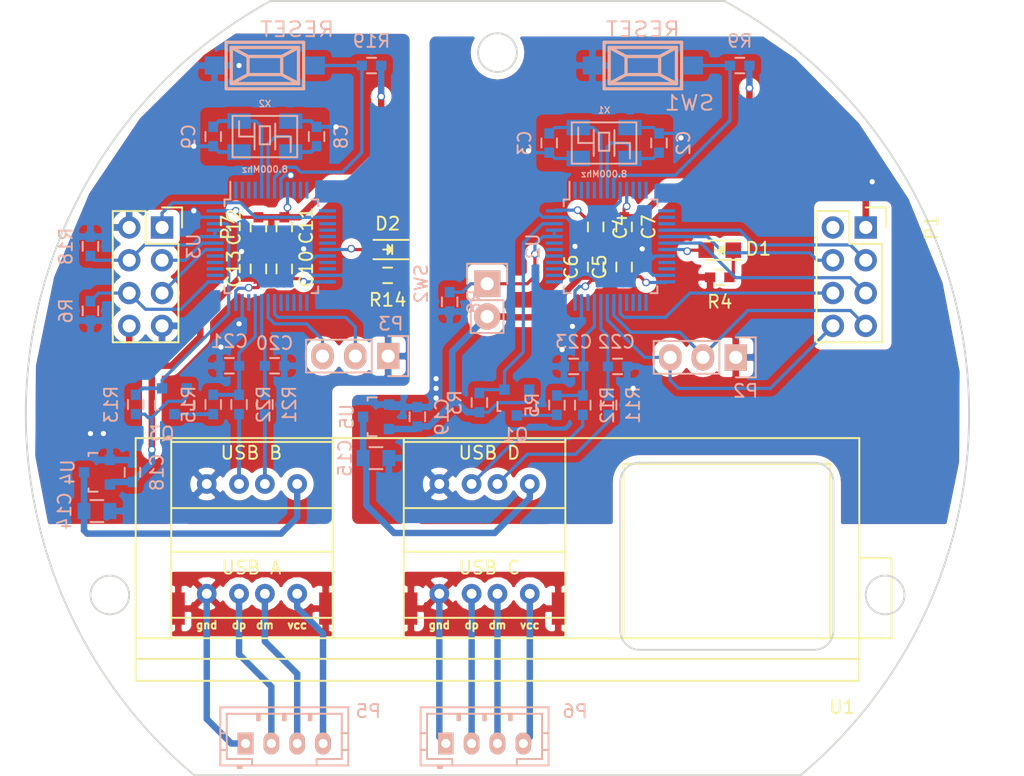
<source format=kicad_pcb>
(kicad_pcb (version 4) (host pcbnew 4.0.4-stable)
  (layers (0 F.Cu signal) (31 B.Cu signal) (34 B.Paste user) (35 F.Paste user) (36 B.SilkS user) (37 F.SilkS user) (38 B.Mask user) (39 F.Mask user) (44 Edge.Cuts user))
  (net 0 "")
  (net 1 /Maple_mini/OSC_OUT)
  (net 2 /Maple_mini/OSC_IN)
  (net 3 "Net-(D1-Pad2)")
  (net 4 "Net-(D1-Pad1)")
  (net 5 "Net-(Q1-Pad3)")
  (net 6 /Maple_mini/DISC)
  (net 7 /Maple_mini/BOOT0)
  (net 8 /Maple_mini/USBDP)
  (net 9 /Maple_mini/USBDM)
  (net 10 /VCC_B)
  (net 11 /PWM1)
  (net 12 /PWM2)
  (net 13 /PWM3)
  (net 14 /PWM4)
  (net 15 /PWM5)
  (net 16 /PWM6)
  (net 17 /ADC1)
  (net 18 /VCC_D)
  (net 19 /USB_D_DM)
  (net 20 /USB_D_DP)
  (net 21 /USB_A_GND)
  (net 22 /USB_A_DP)
  (net 23 /USB_A_DM)
  (net 24 /VCC_A)
  (net 25 /USB_B_DP)
  (net 26 /USB_B_DM)
  (net 27 /USB_C_GND)
  (net 28 /USB_C_DP)
  (net 29 /USB_C_DM)
  (net 30 "Net-(D2-Pad2)")
  (net 31 "Net-(D2-Pad1)")
  (net 32 "Net-(Q3-Pad3)")
  (net 33 "Net-(R9-Pad2)")
  (net 34 "Net-(R19-Pad2)")
  (net 35 /VCC_C)
  (net 36 /USB_D_GND)
  (net 37 /3V3_A)
  (net 38 /3V3_B)
  (net 39 /SCL)
  (net 40 /SDA)
  (net 41 /Maple_mini_2/OSC_OUT)
  (net 42 /Maple_mini_2/OSC_IN)
  (net 43 /Maple_mini_2/TX1)
  (net 44 /Maple_mini_2/RX1)
  (net 45 /Maple_mini_2/DISC)
  (net 46 /Maple_mini_2/USBDP)
  (net 47 /Maple_mini_2/USBDM)
  (net 48 /USB_B_GND)
  (net 49 /BOOT)
  (net 50 /PWR_SW)
  (module Housings_QFP:LQFP-48_7x7mm_Pitch0.5mm (layer B.Cu) (at 108.75 87 270)
    (fp_text reference U2 (at 0 6 270) (layer B.SilkS) (effects (justify mirror)))
    (fp_text value STM32F103CBT6)
    (pad 1 smd rect (at -4.35 2.75 270) (size 1.3 0.25) (layers B.Cu B.Paste B.Mask))
    (pad 2 smd rect (at -4.35 2.25 270) (size 1.3 0.25) (layers B.Cu B.Paste B.Mask))
    (pad 3 smd rect (at -4.35 1.75 270) (size 1.3 0.25) (layers B.Cu B.Paste B.Mask))
    (pad 4 smd rect (at -4.35 1.25 270) (size 1.3 0.25) (layers B.Cu B.Paste B.Mask))
    (pad 5 smd rect (at -4.35 0.75 270) (size 1.3 0.25) (layers B.Cu B.Paste B.Mask) (net 2 /Maple_mini/OSC_IN))
    (pad 6 smd rect (at -4.35 0.25 270) (size 1.3 0.25) (layers B.Cu B.Paste B.Mask) (net 1 /Maple_mini/OSC_OUT))
    (pad 7 smd rect (at -4.35 -0.25 270) (size 1.3 0.25) (layers B.Cu B.Paste B.Mask) (net 33 "Net-(R9-Pad2)"))
    (pad 8 smd rect (at -4.35 -0.75 270) (size 1.3 0.25) (layers B.Cu B.Paste B.Mask) (net 36 /USB_D_GND))
    (pad 9 smd rect (at -4.35 -1.25 270) (size 1.3 0.25) (layers B.Cu B.Paste B.Mask) (net 37 /3V3_A))
    (pad 10 smd rect (at -4.35 -1.75 270) (size 1.3 0.25) (layers B.Cu B.Paste B.Mask))
    (pad 11 smd rect (at -4.35 -2.25 270) (size 1.3 0.25) (layers B.Cu B.Paste B.Mask))
    (pad 12 smd rect (at -4.35 -2.75 270) (size 1.3 0.25) (layers B.Cu B.Paste B.Mask))
    (pad 13 smd rect (at -2.75 -4.35 180) (size 1.3 0.25) (layers B.Cu B.Paste B.Mask))
    (pad 14 smd rect (at -2.25 -4.35 180) (size 1.3 0.25) (layers B.Cu B.Paste B.Mask))
    (pad 15 smd rect (at -1.75 -4.35 180) (size 1.3 0.25) (layers B.Cu B.Paste B.Mask))
    (pad 16 smd rect (at -1.25 -4.35 180) (size 1.3 0.25) (layers B.Cu B.Paste B.Mask) (net 11 /PWM1))
    (pad 17 smd rect (at -0.75 -4.35 180) (size 1.3 0.25) (layers B.Cu B.Paste B.Mask) (net 12 /PWM2))
    (pad 18 smd rect (at -0.25 -4.35 180) (size 1.3 0.25) (layers B.Cu B.Paste B.Mask) (net 13 /PWM3))
    (pad 19 smd rect (at 0.25 -4.35 180) (size 1.3 0.25) (layers B.Cu B.Paste B.Mask) (net 3 "Net-(D1-Pad2)"))
    (pad 20 smd rect (at 0.75 -4.35 180) (size 1.3 0.25) (layers B.Cu B.Paste B.Mask) (net 36 /USB_D_GND))
    (pad 21 smd rect (at 1.25 -4.35 180) (size 1.3 0.25) (layers B.Cu B.Paste B.Mask))
    (pad 22 smd rect (at 1.75 -4.35 180) (size 1.3 0.25) (layers B.Cu B.Paste B.Mask))
    (pad 23 smd rect (at 2.25 -4.35 180) (size 1.3 0.25) (layers B.Cu B.Paste B.Mask) (net 36 /USB_D_GND))
    (pad 24 smd rect (at 2.75 -4.35 180) (size 1.3 0.25) (layers B.Cu B.Paste B.Mask) (net 37 /3V3_A))
    (pad 25 smd rect (at 4.35 -2.75 270) (size 1.3 0.25) (layers B.Cu B.Paste B.Mask))
    (pad 26 smd rect (at 4.35 -2.25 270) (size 1.3 0.25) (layers B.Cu B.Paste B.Mask))
    (pad 27 smd rect (at 4.35 -1.75 270) (size 1.3 0.25) (layers B.Cu B.Paste B.Mask))
    (pad 28 smd rect (at 4.35 -1.25 270) (size 1.3 0.25) (layers B.Cu B.Paste B.Mask))
    (pad 29 smd rect (at 4.35 -0.75 270) (size 1.3 0.25) (layers B.Cu B.Paste B.Mask) (net 14 /PWM4))
    (pad 30 smd rect (at 4.35 -0.25 270) (size 1.3 0.25) (layers B.Cu B.Paste B.Mask) (net 15 /PWM5))
    (pad 31 smd rect (at 4.35 0.25 270) (size 1.3 0.25) (layers B.Cu B.Paste B.Mask) (net 16 /PWM6))
    (pad 32 smd rect (at 4.35 0.75 270) (size 1.3 0.25) (layers B.Cu B.Paste B.Mask) (net 9 /Maple_mini/USBDM))
    (pad 33 smd rect (at 4.35 1.25 270) (size 1.3 0.25) (layers B.Cu B.Paste B.Mask) (net 8 /Maple_mini/USBDP))
    (pad 34 smd rect (at 4.35 1.75 270) (size 1.3 0.25) (layers B.Cu B.Paste B.Mask))
    (pad 35 smd rect (at 4.35 2.25 270) (size 1.3 0.25) (layers B.Cu B.Paste B.Mask) (net 36 /USB_D_GND))
    (pad 36 smd rect (at 4.35 2.75 270) (size 1.3 0.25) (layers B.Cu B.Paste B.Mask) (net 37 /3V3_A))
    (pad 37 smd rect (at 2.75 4.35 180) (size 1.3 0.25) (layers B.Cu B.Paste B.Mask))
    (pad 38 smd rect (at 2.25 4.35 180) (size 1.3 0.25) (layers B.Cu B.Paste B.Mask))
    (pad 39 smd rect (at 1.75 4.35 180) (size 1.3 0.25) (layers B.Cu B.Paste B.Mask))
    (pad 40 smd rect (at 1.25 4.35 180) (size 1.3 0.25) (layers B.Cu B.Paste B.Mask))
    (pad 41 smd rect (at 0.75 4.35 180) (size 1.3 0.25) (layers B.Cu B.Paste B.Mask))
    (pad 42 smd rect (at 0.25 4.35 180) (size 1.3 0.25) (layers B.Cu B.Paste B.Mask))
    (pad 43 smd rect (at -0.25 4.35 180) (size 1.3 0.25) (layers B.Cu B.Paste B.Mask))
    (pad 44 smd rect (at -0.75 4.35 180) (size 1.3 0.25) (layers B.Cu B.Paste B.Mask) (net 7 /Maple_mini/BOOT0))
    (pad 45 smd rect (at -1.25 4.35 180) (size 1.3 0.25) (layers B.Cu B.Paste B.Mask) (net 7 /Maple_mini/BOOT0))
    (pad 46 smd rect (at -1.75 4.35 180) (size 1.3 0.25) (layers B.Cu B.Paste B.Mask) (net 6 /Maple_mini/DISC))
    (pad 47 smd rect (at -2.25 4.35 180) (size 1.3 0.25) (layers B.Cu B.Paste B.Mask) (net 36 /USB_D_GND))
    (pad 48 smd rect (at -2.75 4.35 180) (size 1.3 0.25) (layers B.Cu B.Paste B.Mask) (net 37 /3V3_A))
  )
  (module LEDs:LED_0805 (layer F.Cu) (at 117.2 87.3 180)
    (fp_text reference D1 (at -3 0.1 180) (layer F.SilkS))
    (fp_text value LED)
    (pad 2 smd rect (at 1.04902 0) (size 1.19888 1.19888) (layers F.Cu F.Paste F.Mask) (net 3 "Net-(D1-Pad2)"))
    (pad 1 smd rect (at -1.04902 0) (size 1.19888 1.19888) (layers F.Cu F.Paste F.Mask) (net 4 "Net-(D1-Pad1)"))
  )
  (module Capacitors_SMD:C_0603 (layer F.Cu) (at 83.5 85.5 270)
    (fp_text reference C11 (at -0.1 -1.7 270) (layer F.SilkS))
    (fp_text value 1uF)
    (pad 1 smd rect (at -0.75 0 270) (size 0.8 0.75) (layers F.Cu F.Paste F.Mask) (net 38 /3V3_B))
    (pad 2 smd rect (at 0.75 0 270) (size 0.8 0.75) (layers F.Cu F.Paste F.Mask) (net 48 /USB_B_GND))
  )
  (module LEDs:LED_0805 (layer F.Cu) (at 91.5 87.25 180)
    (fp_text reference D2 (at 0 2 180) (layer F.SilkS))
    (fp_text value LED hide)
    (pad 2 smd rect (at 1.04902 0) (size 1.19888 1.19888) (layers F.Cu F.Paste F.Mask) (net 30 "Net-(D2-Pad2)"))
    (pad 1 smd rect (at -1.04902 0) (size 1.19888 1.19888) (layers F.Cu F.Paste F.Mask) (net 31 "Net-(D2-Pad1)"))
  )
  (module Capacitors_SMD:C_0603 (layer F.Cu) (at 109.8 88.6 90)
    (fp_text reference C5 (at 0 -1.9 90) (layer F.SilkS))
    (fp_text value 1uF)
    (pad 1 smd rect (at -0.75 0 90) (size 0.8 0.75) (layers F.Cu F.Paste F.Mask) (net 37 /3V3_A))
    (pad 2 smd rect (at 0.75 0 90) (size 0.8 0.75) (layers F.Cu F.Paste F.Mask) (net 36 /USB_D_GND))
  )
  (module Capacitors_SMD:C_0603 (layer B.Cu) (at 93.8 100.2 90)
    (fp_text reference C19 (at 0 1.9 90) (layer B.SilkS) (effects (justify mirror)))
    (fp_text value 10uF)
    (pad 1 smd rect (at -0.75 0 90) (size 0.8 0.75) (layers B.Cu B.Paste B.Mask) (net 37 /3V3_A))
    (pad 2 smd rect (at 0.75 0 90) (size 0.8 0.75) (layers B.Cu B.Paste B.Mask) (net 36 /USB_D_GND))
  )
  (module Capacitors_SMD:C_0805 (layer B.Cu) (at 90.6 103.4)
    (fp_text reference C15 (at -2.4 0 270) (layer B.SilkS) (effects (justify mirror)))
    (fp_text value 100uF)
    (pad 1 smd rect (at -1 0) (size 1 1.25) (layers B.Cu B.Paste B.Mask) (net 18 /VCC_D))
    (pad 2 smd rect (at 1 0) (size 1 1.25) (layers B.Cu B.Paste B.Mask) (net 36 /USB_D_GND))
  )
  (module TO_SOT_Packages_SMD:SOT-23 (layer B.Cu) (at 90.6 100.2 270)
    (fp_text reference U5 (at 0 2.25 270) (layer B.SilkS) (effects (justify mirror)))
    (fp_text value MCP1703T-3302E)
    (pad 1 smd rect (at -0.95 -1.00076 270) (size 0.8001 0.8001) (layers B.Cu B.Paste B.Mask) (net 36 /USB_D_GND))
    (pad 2 smd rect (at 0.95 -1.00076 270) (size 0.8001 0.8001) (layers B.Cu B.Paste B.Mask) (net 37 /3V3_A))
    (pad 3 smd rect (at 0 0.99822 270) (size 0.8001 0.8001) (layers B.Cu B.Paste B.Mask) (net 18 /VCC_D))
  )
  (module Socket_Strips:Socket_Strip_Straight_1x03 (layer B.Cu) (at 91.54 95.5 180)
    (fp_text reference P3 (at -0.21 2.5 180) (layer B.SilkS) (effects (justify mirror)))
    (fp_text value CONN_01X03)
    (pad 1 thru_hole rect (at 0 0 180) (size 1.7272 2.032) (drill 1.016) (layers *.Cu *.Mask B.SilkS) (net 48 /USB_B_GND))
    (pad 2 thru_hole oval (at 2.54 0 180) (size 1.7272 2.032) (drill 1.016) (layers *.Cu *.Mask B.SilkS) (net 43 /Maple_mini_2/TX1))
    (pad 3 thru_hole oval (at 5.08 0 180) (size 1.7272 2.032) (drill 1.016) (layers *.Cu *.Mask B.SilkS) (net 44 /Maple_mini_2/RX1))
  )
  (module Capacitors_SMD:C_0603 (layer F.Cu) (at 83.5 88.75 90)
    (fp_text reference C10 (at 0 1.7 90) (layer F.SilkS))
    (fp_text value 1uF)
    (pad 1 smd rect (at -0.75 0 90) (size 0.8 0.75) (layers F.Cu F.Paste F.Mask) (net 38 /3V3_B))
    (pad 2 smd rect (at 0.75 0 90) (size 0.8 0.75) (layers F.Cu F.Paste F.Mask) (net 48 /USB_B_GND))
  )
  (module Capacitors_SMD:C_0603 (layer F.Cu) (at 81.5 88.75 90)
    (fp_text reference C13 (at 0 -1.9 90) (layer F.SilkS))
    (fp_text value 1uF)
    (pad 1 smd rect (at -0.75 0 90) (size 0.8 0.75) (layers F.Cu F.Paste F.Mask) (net 38 /3V3_B))
    (pad 2 smd rect (at 0.75 0 90) (size 0.8 0.75) (layers F.Cu F.Paste F.Mask) (net 48 /USB_B_GND))
  )
  (module Capacitors_SMD:C_0603 (layer F.Cu) (at 81.5 85.5 270)
    (fp_text reference C12 (at 0 1.9 270) (layer F.SilkS))
    (fp_text value 1uF)
    (pad 1 smd rect (at -0.75 0 270) (size 0.8 0.75) (layers F.Cu F.Paste F.Mask) (net 38 /3V3_B))
    (pad 2 smd rect (at 0.75 0 270) (size 0.8 0.75) (layers F.Cu F.Paste F.Mask) (net 48 /USB_B_GND))
  )
  (module TO_SOT_Packages_SMD:SOT-23 (layer B.Cu) (at 101.5 99.1)
    (fp_text reference Q1 (at -0.1 2.5) (layer B.SilkS) (effects (justify mirror)))
    (fp_text value BSS84)
    (pad 1 smd rect (at -0.95 -1.00076) (size 0.8001 0.8001) (layers B.Cu B.Paste B.Mask) (net 6 /Maple_mini/DISC))
    (pad 2 smd rect (at 0.95 -1.00076) (size 0.8001 0.8001) (layers B.Cu B.Paste B.Mask) (net 37 /3V3_A))
    (pad 3 smd rect (at 0 0.99822) (size 0.8001 0.8001) (layers B.Cu B.Paste B.Mask) (net 5 "Net-(Q1-Pad3)"))
  )
  (module Capacitors_SMD:C_0603 (layer F.Cu) (at 107.6 85.5 270)
    (fp_text reference C4 (at 0 -1.9 270) (layer F.SilkS))
    (fp_text value 1uF)
    (pad 1 smd rect (at -0.75 0 270) (size 0.8 0.75) (layers F.Cu F.Paste F.Mask) (net 37 /3V3_A))
    (pad 2 smd rect (at 0.75 0 270) (size 0.8 0.75) (layers F.Cu F.Paste F.Mask) (net 36 /USB_D_GND))
  )
  (module TO_SOT_Packages_SMD:SOT-23 (layer B.Cu) (at 69.00178 104.5 270)
    (fp_text reference U4 (at 0 2.25 270) (layer B.SilkS) (effects (justify mirror)))
    (fp_text value MCP1703T-3302E)
    (pad 1 smd rect (at -0.95 -1.00076 270) (size 0.8001 0.8001) (layers B.Cu B.Paste B.Mask) (net 48 /USB_B_GND))
    (pad 2 smd rect (at 0.95 -1.00076 270) (size 0.8001 0.8001) (layers B.Cu B.Paste B.Mask) (net 38 /3V3_B))
    (pad 3 smd rect (at 0 0.99822 270) (size 0.8001 0.8001) (layers B.Cu B.Paste B.Mask) (net 10 /VCC_B))
  )
  (module TO_SOT_Packages_SMD:SOT-23 (layer B.Cu) (at 75 99)
    (fp_text reference Q3 (at -1 2.5) (layer B.SilkS) (effects (justify mirror)))
    (fp_text value BSS84 hide)
    (pad 1 smd rect (at -0.95 -1.00076) (size 0.8001 0.8001) (layers B.Cu B.Paste B.Mask) (net 45 /Maple_mini_2/DISC))
    (pad 2 smd rect (at 0.95 -1.00076) (size 0.8001 0.8001) (layers B.Cu B.Paste B.Mask) (net 38 /3V3_B))
    (pad 3 smd rect (at 0 0.99822) (size 0.8001 0.8001) (layers B.Cu B.Paste B.Mask) (net 32 "Net-(Q3-Pad3)"))
  )
  (module Capacitors_SMD:C_0805 (layer B.Cu) (at 69 107.5)
    (fp_text reference C14 (at -2.5 0 90) (layer B.SilkS) (effects (justify mirror)))
    (fp_text value 100uF)
    (pad 1 smd rect (at -1 0) (size 1 1.25) (layers B.Cu B.Paste B.Mask) (net 10 /VCC_B))
    (pad 2 smd rect (at 1 0) (size 1 1.25) (layers B.Cu B.Paste B.Mask) (net 48 /USB_B_GND))
  )
  (module Capacitors_SMD:C_0603 (layer B.Cu) (at 71.75 104.5 90)
    (fp_text reference C18 (at 0 1.9 90) (layer B.SilkS) (effects (justify mirror)))
    (fp_text value 10uF)
    (pad 1 smd rect (at -0.75 0 90) (size 0.8 0.75) (layers B.Cu B.Paste B.Mask) (net 38 /3V3_B))
    (pad 2 smd rect (at 0.75 0 90) (size 0.8 0.75) (layers B.Cu B.Paste B.Mask) (net 48 /USB_B_GND))
  )
  (module KiCad_Footprint:smd_push (layer B.Cu) (at 82 73)
    (fp_text reference SW3 hide)
    (fp_text value RESET (at 2.5 -2.79908) (layer B.SilkS) (effects (font (size 1.143 1.27) (thickness 0.1524)) (justify mirror)))
    (pad 1 smd rect (at -3.9 0) (size 1.5 1.4) (layers B.Cu B.Paste B.Mask) (net 48 /USB_B_GND))
    (pad 2 smd rect (at 3.9 0) (size 1.5 1.4) (layers B.Cu B.Paste B.Mask) (net 34 "Net-(R19-Pad2)"))
  )
  (module KiCad_Footprint:smd_push (layer B.Cu) (at 111.25 73)
    (fp_text reference SW1 (at 3.6 2.9) (layer B.SilkS) (effects (font (size 1.143 1.27) (thickness 0.1524)) (justify mirror)))
    (fp_text value RESET (at 0 -2.79908) (layer B.SilkS) (effects (font (size 1.143 1.27) (thickness 0.1524)) (justify mirror)))
    (pad 1 smd rect (at -3.9 0) (size 1.5 1.4) (layers B.Cu B.Paste B.Mask) (net 36 /USB_D_GND))
    (pad 2 smd rect (at 3.9 0) (size 1.5 1.4) (layers B.Cu B.Paste B.Mask) (net 33 "Net-(R9-Pad2)"))
  )
  (module Capacitors_SMD:C_0603 (layer B.Cu) (at 104 79 270)
    (fp_text reference C3 (at 0 1.9 270) (layer B.SilkS) (effects (justify mirror)))
    (fp_text value 26pF)
    (pad 1 smd rect (at -0.75 0 270) (size 0.8 0.75) (layers B.Cu B.Paste B.Mask) (net 2 /Maple_mini/OSC_IN))
    (pad 2 smd rect (at 0.75 0 270) (size 0.8 0.75) (layers B.Cu B.Paste B.Mask) (net 36 /USB_D_GND))
  )
  (module KiCad_Footprint:crystal_maple (layer B.Cu) (at 108.25 79 180)
    (fp_text reference X1 (at 0 2.54 180) (layer B.SilkS) (effects (font (size 0.49784 0.49784) (thickness 0.09906)) (justify mirror)))
    (fp_text value 8.000Mhz (at 0 -2.4 180) (layer B.SilkS) (effects (font (size 0.49784 0.49784) (thickness 0.09906)) (justify mirror)))
    (pad 1 smd rect (at -2 -1.2 180) (size 1.8 1.2) (layers B.Cu B.Paste B.Mask) (net 1 /Maple_mini/OSC_OUT))
    (pad 2 smd rect (at 2 1.2 180) (size 1.8 1.2) (layers B.Cu B.Paste B.Mask) (net 2 /Maple_mini/OSC_IN))
    (pad 3 smd rect (at 2 -1.2 180) (size 1.8 1.2) (layers B.Cu B.Paste B.Mask) (net 36 /USB_D_GND))
    (pad 3 smd rect (at -2 1.2 180) (size 1.8 1.2) (layers B.Cu B.Paste B.Mask) (net 36 /USB_D_GND))
  )
  (module Capacitors_SMD:C_0603 (layer B.Cu) (at 112.5 79 90)
    (fp_text reference C2 (at 0 1.9 90) (layer B.SilkS) (effects (justify mirror)))
    (fp_text value 26pF)
    (pad 1 smd rect (at -0.75 0 90) (size 0.8 0.75) (layers B.Cu B.Paste B.Mask) (net 1 /Maple_mini/OSC_OUT))
    (pad 2 smd rect (at 0.75 0 90) (size 0.8 0.75) (layers B.Cu B.Paste B.Mask) (net 36 /USB_D_GND))
  )
  (module Socket_Strips:Socket_Strip_Straight_1x03 (layer B.Cu) (at 118.44 95.6 180)
    (fp_text reference P2 (at -0.76 -2.6 180) (layer B.SilkS) (effects (justify mirror)))
    (fp_text value CONN_01X03)
    (pad 1 thru_hole rect (at 0 0 180) (size 1.7272 2.032) (drill 1.016) (layers *.Cu *.Mask B.SilkS) (net 36 /USB_D_GND))
    (pad 2 thru_hole oval (at 2.54 0 180) (size 1.7272 2.032) (drill 1.016) (layers *.Cu *.Mask B.SilkS) (net 15 /PWM5))
    (pad 3 thru_hole oval (at 5.08 0 180) (size 1.7272 2.032) (drill 1.016) (layers *.Cu *.Mask B.SilkS) (net 16 /PWM6))
  )
  (module Capacitors_SMD:C_0603 (layer F.Cu) (at 109.8 85.5 270)
    (fp_text reference C7 (at 0 -1.9 270) (layer F.SilkS))
    (fp_text value 1uF)
    (pad 1 smd rect (at -0.75 0 270) (size 0.8 0.75) (layers F.Cu F.Paste F.Mask) (net 37 /3V3_A))
    (pad 2 smd rect (at 0.75 0 270) (size 0.8 0.75) (layers F.Cu F.Paste F.Mask) (net 36 /USB_D_GND))
  )
  (module Capacitors_SMD:C_0603 (layer F.Cu) (at 107.6 88.6 90)
    (fp_text reference C6 (at 0 -1.9 90) (layer F.SilkS))
    (fp_text value 1uF)
    (pad 1 smd rect (at -0.75 0 90) (size 0.8 0.75) (layers F.Cu F.Paste F.Mask) (net 37 /3V3_A))
    (pad 2 smd rect (at 0.75 0 90) (size 0.8 0.75) (layers F.Cu F.Paste F.Mask) (net 36 /USB_D_GND))
  )
  (module KiCad_Footprint:crystal_maple (layer B.Cu) (at 82 78.5 180)
    (fp_text reference X2 (at 0 2.54 180) (layer B.SilkS) (effects (font (size 0.49784 0.49784) (thickness 0.09906)) (justify mirror)))
    (fp_text value 8.000Mhz (at 0 -2.54 180) (layer B.SilkS) (effects (font (size 0.49784 0.49784) (thickness 0.09906)) (justify mirror)))
    (pad 1 smd rect (at -2 -1.2 180) (size 1.8 1.2) (layers B.Cu B.Paste B.Mask) (net 41 /Maple_mini_2/OSC_OUT))
    (pad 2 smd rect (at 2 1.2 180) (size 1.8 1.2) (layers B.Cu B.Paste B.Mask) (net 42 /Maple_mini_2/OSC_IN))
    (pad 3 smd rect (at 2 -1.2 180) (size 1.8 1.2) (layers B.Cu B.Paste B.Mask) (net 48 /USB_B_GND))
    (pad 3 smd rect (at -2 1.2 180) (size 1.8 1.2) (layers B.Cu B.Paste B.Mask) (net 48 /USB_B_GND))
  )
  (module Capacitors_SMD:C_0603 (layer B.Cu) (at 86 78.5 90)
    (fp_text reference C8 (at 0 1.9 90) (layer B.SilkS) (effects (justify mirror)))
    (fp_text value 26pF)
    (pad 1 smd rect (at -0.75 0 90) (size 0.8 0.75) (layers B.Cu B.Paste B.Mask) (net 41 /Maple_mini_2/OSC_OUT))
    (pad 2 smd rect (at 0.75 0 90) (size 0.8 0.75) (layers B.Cu B.Paste B.Mask) (net 48 /USB_B_GND))
  )
  (module Capacitors_SMD:C_0603 (layer B.Cu) (at 78 78.5 270)
    (fp_text reference C9 (at 0 1.9 270) (layer B.SilkS) (effects (justify mirror)))
    (fp_text value 26pF)
    (pad 1 smd rect (at -0.75 0 270) (size 0.8 0.75) (layers B.Cu B.Paste B.Mask) (net 42 /Maple_mini_2/OSC_IN))
    (pad 2 smd rect (at 0.75 0 270) (size 0.8 0.75) (layers B.Cu B.Paste B.Mask) (net 48 /USB_B_GND))
  )
  (module Housings_QFP:LQFP-48_7x7mm_Pitch0.5mm (layer B.Cu) (at 82.5 87 270)
    (fp_text reference U3 (at 0 6 270) (layer B.SilkS) (effects (justify mirror)))
    (fp_text value STM32F103CBT6 hide)
    (pad 1 smd rect (at -4.35 2.75 270) (size 1.3 0.25) (layers B.Cu B.Paste B.Mask))
    (pad 2 smd rect (at -4.35 2.25 270) (size 1.3 0.25) (layers B.Cu B.Paste B.Mask))
    (pad 3 smd rect (at -4.35 1.75 270) (size 1.3 0.25) (layers B.Cu B.Paste B.Mask))
    (pad 4 smd rect (at -4.35 1.25 270) (size 1.3 0.25) (layers B.Cu B.Paste B.Mask))
    (pad 5 smd rect (at -4.35 0.75 270) (size 1.3 0.25) (layers B.Cu B.Paste B.Mask) (net 42 /Maple_mini_2/OSC_IN))
    (pad 6 smd rect (at -4.35 0.25 270) (size 1.3 0.25) (layers B.Cu B.Paste B.Mask) (net 41 /Maple_mini_2/OSC_OUT))
    (pad 7 smd rect (at -4.35 -0.25 270) (size 1.3 0.25) (layers B.Cu B.Paste B.Mask) (net 34 "Net-(R19-Pad2)"))
    (pad 8 smd rect (at -4.35 -0.75 270) (size 1.3 0.25) (layers B.Cu B.Paste B.Mask) (net 48 /USB_B_GND))
    (pad 9 smd rect (at -4.35 -1.25 270) (size 1.3 0.25) (layers B.Cu B.Paste B.Mask) (net 38 /3V3_B))
    (pad 10 smd rect (at -4.35 -1.75 270) (size 1.3 0.25) (layers B.Cu B.Paste B.Mask))
    (pad 11 smd rect (at -4.35 -2.25 270) (size 1.3 0.25) (layers B.Cu B.Paste B.Mask))
    (pad 12 smd rect (at -4.35 -2.75 270) (size 1.3 0.25) (layers B.Cu B.Paste B.Mask))
    (pad 13 smd rect (at -2.75 -4.35 180) (size 1.3 0.25) (layers B.Cu B.Paste B.Mask))
    (pad 14 smd rect (at -2.25 -4.35 180) (size 1.3 0.25) (layers B.Cu B.Paste B.Mask) (net 17 /ADC1))
    (pad 15 smd rect (at -1.75 -4.35 180) (size 1.3 0.25) (layers B.Cu B.Paste B.Mask))
    (pad 16 smd rect (at -1.25 -4.35 180) (size 1.3 0.25) (layers B.Cu B.Paste B.Mask))
    (pad 17 smd rect (at -0.75 -4.35 180) (size 1.3 0.25) (layers B.Cu B.Paste B.Mask))
    (pad 18 smd rect (at -0.25 -4.35 180) (size 1.3 0.25) (layers B.Cu B.Paste B.Mask))
    (pad 19 smd rect (at 0.25 -4.35 180) (size 1.3 0.25) (layers B.Cu B.Paste B.Mask) (net 30 "Net-(D2-Pad2)"))
    (pad 20 smd rect (at 0.75 -4.35 180) (size 1.3 0.25) (layers B.Cu B.Paste B.Mask) (net 48 /USB_B_GND))
    (pad 21 smd rect (at 1.25 -4.35 180) (size 1.3 0.25) (layers B.Cu B.Paste B.Mask))
    (pad 22 smd rect (at 1.75 -4.35 180) (size 1.3 0.25) (layers B.Cu B.Paste B.Mask))
    (pad 23 smd rect (at 2.25 -4.35 180) (size 1.3 0.25) (layers B.Cu B.Paste B.Mask) (net 48 /USB_B_GND))
    (pad 24 smd rect (at 2.75 -4.35 180) (size 1.3 0.25) (layers B.Cu B.Paste B.Mask) (net 38 /3V3_B))
    (pad 25 smd rect (at 4.35 -2.75 270) (size 1.3 0.25) (layers B.Cu B.Paste B.Mask))
    (pad 26 smd rect (at 4.35 -2.25 270) (size 1.3 0.25) (layers B.Cu B.Paste B.Mask))
    (pad 27 smd rect (at 4.35 -1.75 270) (size 1.3 0.25) (layers B.Cu B.Paste B.Mask))
    (pad 28 smd rect (at 4.35 -1.25 270) (size 1.3 0.25) (layers B.Cu B.Paste B.Mask))
    (pad 29 smd rect (at 4.35 -0.75 270) (size 1.3 0.25) (layers B.Cu B.Paste B.Mask))
    (pad 30 smd rect (at 4.35 -0.25 270) (size 1.3 0.25) (layers B.Cu B.Paste B.Mask) (net 43 /Maple_mini_2/TX1))
    (pad 31 smd rect (at 4.35 0.25 270) (size 1.3 0.25) (layers B.Cu B.Paste B.Mask) (net 44 /Maple_mini_2/RX1))
    (pad 32 smd rect (at 4.35 0.75 270) (size 1.3 0.25) (layers B.Cu B.Paste B.Mask) (net 47 /Maple_mini_2/USBDM))
    (pad 33 smd rect (at 4.35 1.25 270) (size 1.3 0.25) (layers B.Cu B.Paste B.Mask) (net 46 /Maple_mini_2/USBDP))
    (pad 34 smd rect (at 4.35 1.75 270) (size 1.3 0.25) (layers B.Cu B.Paste B.Mask))
    (pad 35 smd rect (at 4.35 2.25 270) (size 1.3 0.25) (layers B.Cu B.Paste B.Mask) (net 48 /USB_B_GND))
    (pad 36 smd rect (at 4.35 2.75 270) (size 1.3 0.25) (layers B.Cu B.Paste B.Mask) (net 38 /3V3_B))
    (pad 37 smd rect (at 2.75 4.35 180) (size 1.3 0.25) (layers B.Cu B.Paste B.Mask) (net 50 /PWR_SW))
    (pad 38 smd rect (at 2.25 4.35 180) (size 1.3 0.25) (layers B.Cu B.Paste B.Mask))
    (pad 39 smd rect (at 1.75 4.35 180) (size 1.3 0.25) (layers B.Cu B.Paste B.Mask))
    (pad 40 smd rect (at 1.25 4.35 180) (size 1.3 0.25) (layers B.Cu B.Paste B.Mask))
    (pad 41 smd rect (at 0.75 4.35 180) (size 1.3 0.25) (layers B.Cu B.Paste B.Mask))
    (pad 42 smd rect (at 0.25 4.35 180) (size 1.3 0.25) (layers B.Cu B.Paste B.Mask) (net 39 /SCL))
    (pad 43 smd rect (at -0.25 4.35 180) (size 1.3 0.25) (layers B.Cu B.Paste B.Mask) (net 40 /SDA))
    (pad 44 smd rect (at -0.75 4.35 180) (size 1.3 0.25) (layers B.Cu B.Paste B.Mask) (net 49 /BOOT))
    (pad 45 smd rect (at -1.25 4.35 180) (size 1.3 0.25) (layers B.Cu B.Paste B.Mask) (net 49 /BOOT))
    (pad 46 smd rect (at -1.75 4.35 180) (size 1.3 0.25) (layers B.Cu B.Paste B.Mask) (net 45 /Maple_mini_2/DISC))
    (pad 47 smd rect (at -2.25 4.35 180) (size 1.3 0.25) (layers B.Cu B.Paste B.Mask) (net 48 /USB_B_GND))
    (pad 48 smd rect (at -2.75 4.35 180) (size 1.3 0.25) (layers B.Cu B.Paste B.Mask) (net 38 /3V3_B))
  )
  (module KiCad_Footprint:Raspberry_Front (layer F.Cu) (at 100 111.25)
    (fp_text reference U1 (at 26.67 11.43) (layer F.SilkS))
    (fp_text value Raspberry_Front)
    (fp_text user gnd (at -4.5 5.08) (layer F.SilkS) (effects (font (size 0.6 0.6))))
    (fp_text user dm (at 0 5.08) (layer F.SilkS) (effects (font (size 0.6 0.6))))
    (fp_text user dp (at -2 5.08) (layer F.SilkS) (effects (font (size 0.6 0.6))))
    (fp_text user vcc (at 2.5 5.08) (layer F.SilkS) (effects (font (size 0.6 0.6))))
    (fp_text user gnd (at -22.5 5.08) (layer F.SilkS) (effects (font (size 0.6 0.6))))
    (fp_text user dp (at -20 5.08) (layer F.SilkS) (effects (font (size 0.6 0.6))))
    (fp_text user dm (at -18 5.08) (layer F.SilkS) (effects (font (size 0.6 0.6))))
    (fp_text user vcc (at -15.5 5.08) (layer F.SilkS) (effects (font (size 0.6 0.6))))
    (fp_text user "USB D" (at -0.635 -8.255) (layer F.SilkS))
    (fp_text user "USB C" (at -0.635 0.635) (layer F.SilkS))
    (fp_text user "USB B" (at -19.05 -8.255) (layer F.SilkS))
    (fp_text user "USB A" (at -19.05 0.635) (layer F.SilkS))
    (fp_text user vcc (at -15.5 5.08) (layer F.SilkS) (effects (font (size 0.6 0.6))))
    (pad 1 thru_hole circle (at -22.5 2.655) (size 1.524 1.524) (drill 0.762) (layers *.Cu *.Mask) (net 21 /USB_A_GND))
    (pad 2 thru_hole circle (at -20 2.655) (size 1.524 1.524) (drill 0.762) (layers *.Cu *.Mask) (net 22 /USB_A_DP))
    (pad 3 thru_hole circle (at -18 2.655) (size 1.524 1.524) (drill 0.762) (layers *.Cu *.Mask) (net 23 /USB_A_DM))
    (pad 4 thru_hole circle (at -15.5 2.655) (size 1.524 1.524) (drill 0.762) (layers *.Cu *.Mask) (net 24 /VCC_A))
    (pad 6 thru_hole circle (at -22.5 -5.845) (size 1.524 1.524) (drill 0.762) (layers *.Cu *.Mask) (net 48 /USB_B_GND))
    (pad 7 thru_hole circle (at -20 -5.845) (size 1.524 1.524) (drill 0.762) (layers *.Cu *.Mask) (net 25 /USB_B_DP))
    (pad 8 thru_hole circle (at -18 -5.845) (size 1.524 1.524) (drill 0.762) (layers *.Cu *.Mask) (net 26 /USB_B_DM))
    (pad 9 thru_hole circle (at -15.5 -5.845) (size 1.524 1.524) (drill 0.762) (layers *.Cu *.Mask) (net 10 /VCC_B))
    (pad 11 thru_hole circle (at -4.5 2.655) (size 1.524 1.524) (drill 0.762) (layers *.Cu *.Mask) (net 27 /USB_C_GND))
    (pad 12 thru_hole circle (at -2 2.655) (size 1.524 1.524) (drill 0.762) (layers *.Cu *.Mask) (net 28 /USB_C_DP))
    (pad 13 thru_hole circle (at 0 2.655) (size 1.524 1.524) (drill 0.762) (layers *.Cu *.Mask) (net 29 /USB_C_DM))
    (pad 14 thru_hole circle (at 2.5 2.655) (size 1.524 1.524) (drill 0.762) (layers *.Cu *.Mask) (net 35 /VCC_C))
    (pad 16 thru_hole circle (at -4.5 -5.845) (size 1.524 1.524) (drill 0.762) (layers *.Cu *.Mask) (net 36 /USB_D_GND))
    (pad 17 thru_hole circle (at -2 -5.845) (size 1.524 1.524) (drill 0.762) (layers *.Cu *.Mask) (net 20 /USB_D_DP))
    (pad 18 thru_hole circle (at 0 -5.845) (size 1.524 1.524) (drill 0.762) (layers *.Cu *.Mask) (net 19 /USB_D_DM))
    (pad 19 thru_hole circle (at 2.5 -5.845) (size 1.524 1.524) (drill 0.762) (layers *.Cu *.Mask) (net 18 /VCC_D))
    (pad 5 smd rect (at -24.7 3.805) (size 1 2.5) (layers F.Cu F.Paste F.Mask) (net 21 /USB_A_GND))
    (pad 5 smd rect (at -13.3 3.805) (size 1 2.5) (layers F.Cu F.Paste F.Mask) (net 21 /USB_A_GND))
    (pad 10 smd rect (at -13.3 -4.695) (size 1 2.5) (layers F.Cu F.Paste F.Mask) (net 48 /USB_B_GND))
    (pad 10 smd rect (at -24.7 -4.695) (size 1 2.5) (layers F.Cu F.Paste F.Mask) (net 48 /USB_B_GND))
    (pad 15 smd rect (at -6.7 3.805) (size 1 2.5) (layers F.Cu F.Paste F.Mask) (net 27 /USB_C_GND))
    (pad 15 smd rect (at 4.7 3.805) (size 1 2.5) (layers F.Cu F.Paste F.Mask) (net 27 /USB_C_GND))
    (pad 20 smd rect (at 4.7 -4.695) (size 1 2.5) (layers F.Cu F.Paste F.Mask) (net 36 /USB_D_GND))
    (pad 20 smd rect (at -6.7 -4.695) (size 1 2.5) (layers F.Cu F.Paste F.Mask) (net 36 /USB_D_GND))
  )
  (module Connectors_JST:JST_PH_B4B-PH-K_04x2.00mm_Straight (layer B.Cu) (at 80.5 125.5)
    (fp_text reference P5 (at 9.5 -2.5) (layer B.SilkS) (effects (justify mirror)))
    (fp_text value CONN_01X04)
    (pad 1 thru_hole rect (at 0 0) (size 1.2 1.7) (drill 0.7) (layers *.Cu *.Mask B.SilkS) (net 21 /USB_A_GND))
    (pad 2 thru_hole oval (at 2 0) (size 1.2 1.7) (drill 0.7) (layers *.Cu *.Mask B.SilkS) (net 22 /USB_A_DP))
    (pad 3 thru_hole oval (at 4 0) (size 1.2 1.7) (drill 0.7) (layers *.Cu *.Mask B.SilkS) (net 23 /USB_A_DM))
    (pad 4 thru_hole oval (at 6 0) (size 1.2 1.7) (drill 0.7) (layers *.Cu *.Mask B.SilkS) (net 24 /VCC_A))
  )
  (module Connectors_JST:JST_PH_B4B-PH-K_04x2.00mm_Straight (layer B.Cu) (at 96 125.5)
    (fp_text reference P6 (at 10 -2.5) (layer B.SilkS) (effects (justify mirror)))
    (fp_text value CONN_01X04)
    (pad 1 thru_hole rect (at 0 0) (size 1.2 1.7) (drill 0.7) (layers *.Cu *.Mask B.SilkS) (net 27 /USB_C_GND))
    (pad 2 thru_hole oval (at 2 0) (size 1.2 1.7) (drill 0.7) (layers *.Cu *.Mask B.SilkS) (net 28 /USB_C_DP))
    (pad 3 thru_hole oval (at 4 0) (size 1.2 1.7) (drill 0.7) (layers *.Cu *.Mask B.SilkS) (net 29 /USB_C_DM))
    (pad 4 thru_hole oval (at 6 0) (size 1.2 1.7) (drill 0.7) (layers *.Cu *.Mask B.SilkS) (net 35 /VCC_C))
  )
  (module Capacitors_SMD:C_0603 (layer B.Cu) (at 82.75 96.25)
    (fp_text reference C20 (at 0 -1.75) (layer B.SilkS) (effects (justify mirror)))
    (fp_text value 47pF hide)
    (pad 1 smd rect (at -0.75 0) (size 0.8 0.75) (layers B.Cu B.Paste B.Mask) (net 47 /Maple_mini_2/USBDM))
    (pad 2 smd rect (at 0.75 0) (size 0.8 0.75) (layers B.Cu B.Paste B.Mask) (net 48 /USB_B_GND))
  )
  (module Capacitors_SMD:C_0603 (layer B.Cu) (at 79.25 96.25 180)
    (fp_text reference C21 (at 0 1.9 180) (layer B.SilkS) (effects (justify mirror)))
    (fp_text value 47pF)
    (pad 1 smd rect (at -0.75 0 180) (size 0.8 0.75) (layers B.Cu B.Paste B.Mask) (net 46 /Maple_mini_2/USBDP))
    (pad 2 smd rect (at 0.75 0 180) (size 0.8 0.75) (layers B.Cu B.Paste B.Mask) (net 48 /USB_B_GND))
  )
  (module Capacitors_SMD:C_0603 (layer B.Cu) (at 109.3 96.3)
    (fp_text reference C22 (at -0.1 -1.9) (layer B.SilkS) (effects (justify mirror)))
    (fp_text value 47pF)
    (pad 1 smd rect (at -0.75 0) (size 0.8 0.75) (layers B.Cu B.Paste B.Mask) (net 9 /Maple_mini/USBDM))
    (pad 2 smd rect (at 0.75 0) (size 0.8 0.75) (layers B.Cu B.Paste B.Mask) (net 36 /USB_D_GND))
  )
  (module Capacitors_SMD:C_0603 (layer B.Cu) (at 105.9 96.3 180)
    (fp_text reference C23 (at 0 1.9 180) (layer B.SilkS) (effects (justify mirror)))
    (fp_text value 47pF)
    (pad 1 smd rect (at -0.75 0 180) (size 0.8 0.75) (layers B.Cu B.Paste B.Mask) (net 8 /Maple_mini/USBDP))
    (pad 2 smd rect (at 0.75 0 180) (size 0.8 0.75) (layers B.Cu B.Paste B.Mask) (net 36 /USB_D_GND))
  )
  (module Socket_Strips:Socket_Strip_Straight_1x02 (layer B.Cu) (at 99.2 89.9 270)
    (fp_text reference SW2 (at 0 5.1 270) (layer B.SilkS) (effects (justify mirror)))
    (fp_text value BOOT)
    (pad 1 thru_hole rect (at 0 0 270) (size 2.032 2.032) (drill 1.016) (layers *.Cu *.Mask B.SilkS) (net 7 /Maple_mini/BOOT0))
    (pad 2 thru_hole oval (at 2.54 0 270) (size 2.032 2.032) (drill 1.016) (layers *.Cu *.Mask B.SilkS) (net 37 /3V3_A))
  )
  (module Socket_Strips:Socket_Strip_Straight_2x04 (layer F.Cu) (at 128.5 85.54 270)
    (fp_text reference P1 (at 0 -5.1 270) (layer F.SilkS))
    (fp_text value CONN_02X04)
    (pad 1 thru_hole rect (at 0 0 270) (size 1.7272 1.7272) (drill 1.016) (layers *.Cu *.Mask) (net 36 /USB_D_GND))
    (pad 2 thru_hole oval (at 0 2.54 270) (size 1.7272 1.7272) (drill 1.016) (layers *.Cu *.Mask))
    (pad 3 thru_hole oval (at 2.54 0 270) (size 1.7272 1.7272) (drill 1.016) (layers *.Cu *.Mask) (net 11 /PWM1))
    (pad 4 thru_hole oval (at 2.54 2.54 270) (size 1.7272 1.7272) (drill 1.016) (layers *.Cu *.Mask) (net 12 /PWM2))
    (pad 5 thru_hole oval (at 5.08 0 270) (size 1.7272 1.7272) (drill 1.016) (layers *.Cu *.Mask) (net 13 /PWM3))
    (pad 6 thru_hole oval (at 5.08 2.54 270) (size 1.7272 1.7272) (drill 1.016) (layers *.Cu *.Mask) (net 14 /PWM4))
    (pad 7 thru_hole oval (at 7.62 0 270) (size 1.7272 1.7272) (drill 1.016) (layers *.Cu *.Mask) (net 15 /PWM5))
    (pad 8 thru_hole oval (at 7.62 2.54 270) (size 1.7272 1.7272) (drill 1.016) (layers *.Cu *.Mask) (net 16 /PWM6))
  )
  (module Socket_Strips:Socket_Strip_Straight_2x04 (layer F.Cu) (at 74.04 85.54 270)
    (fp_text reference P7 (at 0 -5.1 270) (layer F.SilkS))
    (fp_text value CONN_02X04)
    (pad 1 thru_hole rect (at 0 0 270) (size 1.7272 1.7272) (drill 1.016) (layers *.Cu *.Mask) (net 17 /ADC1))
    (pad 2 thru_hole oval (at 0 2.54 270) (size 1.7272 1.7272) (drill 1.016) (layers *.Cu *.Mask) (net 48 /USB_B_GND))
    (pad 3 thru_hole oval (at 2.54 0 270) (size 1.7272 1.7272) (drill 1.016) (layers *.Cu *.Mask) (net 40 /SDA))
    (pad 4 thru_hole oval (at 2.54 2.54 270) (size 1.7272 1.7272) (drill 1.016) (layers *.Cu *.Mask) (net 49 /BOOT))
    (pad 5 thru_hole oval (at 5.08 0 270) (size 1.7272 1.7272) (drill 1.016) (layers *.Cu *.Mask) (net 39 /SCL))
    (pad 6 thru_hole oval (at 5.08 2.54 270) (size 1.7272 1.7272) (drill 1.016) (layers *.Cu *.Mask) (net 50 /PWR_SW))
    (pad 7 thru_hole oval (at 7.62 0 270) (size 1.7272 1.7272) (drill 1.016) (layers *.Cu *.Mask) (net 48 /USB_B_GND))
    (pad 8 thru_hole oval (at 7.62 2.54 270) (size 1.7272 1.7272) (drill 1.016) (layers *.Cu *.Mask) (net 38 /3V3_B))
  )
  (module Capacitors_SMD:C_0603 (layer B.Cu) (at 68.5 92 270)
    (fp_text reference R6 (at 0 1.9 270) (layer B.SilkS) (effects (justify mirror)))
    (fp_text value R)
    (pad 1 smd rect (at -0.75 0 270) (size 0.8 0.75) (layers B.Cu B.Paste B.Mask) (net 50 /PWR_SW))
    (pad 2 smd rect (at 0.75 0 270) (size 0.8 0.75) (layers B.Cu B.Paste B.Mask) (net 48 /USB_B_GND))
  )
  (module Capacitors_SMD:C_0603 (layer F.Cu) (at 117.2 89.4 180)
    (fp_text reference R4 (at 0 -1.9 180) (layer F.SilkS))
    (fp_text value 330)
    (pad 1 smd rect (at -0.75 0 180) (size 0.8 0.75) (layers F.Cu F.Paste F.Mask) (net 4 "Net-(D1-Pad1)"))
    (pad 2 smd rect (at 0.75 0 180) (size 0.8 0.75) (layers F.Cu F.Paste F.Mask) (net 36 /USB_D_GND))
  )
  (module Capacitors_SMD:C_0603 (layer B.Cu) (at 104.6 99.3 270)
    (fp_text reference R5 (at 0 1.9 270) (layer B.SilkS) (effects (justify mirror)))
    (fp_text value 1.5k)
    (pad 1 smd rect (at -0.75 0 270) (size 0.8 0.75) (layers B.Cu B.Paste B.Mask) (net 8 /Maple_mini/USBDP))
    (pad 2 smd rect (at 0.75 0 270) (size 0.8 0.75) (layers B.Cu B.Paste B.Mask) (net 5 "Net-(Q1-Pad3)"))
  )
  (module Capacitors_SMD:C_0603 (layer B.Cu) (at 96.3 91.3 90)
    (fp_text reference R8 (at 0 1.9 90) (layer B.SilkS) (effects (justify mirror)))
    (fp_text value 10k)
    (pad 1 smd rect (at -0.75 0 90) (size 0.8 0.75) (layers B.Cu B.Paste B.Mask) (net 36 /USB_D_GND))
    (pad 2 smd rect (at 0.75 0 90) (size 0.8 0.75) (layers B.Cu B.Paste B.Mask) (net 7 /Maple_mini/BOOT0))
  )
  (module Capacitors_SMD:C_0603 (layer B.Cu) (at 118.75 73 180)
    (fp_text reference R9 (at 0 1.9 180) (layer B.SilkS) (effects (justify mirror)))
    (fp_text value 10k)
    (pad 1 smd rect (at -0.75 0 180) (size 0.8 0.75) (layers B.Cu B.Paste B.Mask) (net 37 /3V3_A))
    (pad 2 smd rect (at 0.75 0 180) (size 0.8 0.75) (layers B.Cu B.Paste B.Mask) (net 33 "Net-(R9-Pad2)"))
  )
  (module Capacitors_SMD:C_0603 (layer B.Cu) (at 108.6 99.3 90)
    (fp_text reference R11 (at 0 1.9 90) (layer B.SilkS) (effects (justify mirror)))
    (fp_text value 22)
    (pad 1 smd rect (at -0.75 0 90) (size 0.8 0.75) (layers B.Cu B.Paste B.Mask) (net 19 /USB_D_DM))
    (pad 2 smd rect (at 0.75 0 90) (size 0.8 0.75) (layers B.Cu B.Paste B.Mask) (net 9 /Maple_mini/USBDM))
  )
  (module Capacitors_SMD:C_0603 (layer B.Cu) (at 106.6 99.3 90)
    (fp_text reference R12 (at 0 1.9 90) (layer B.SilkS) (effects (justify mirror)))
    (fp_text value 22)
    (pad 1 smd rect (at -0.75 0 90) (size 0.8 0.75) (layers B.Cu B.Paste B.Mask) (net 20 /USB_D_DP))
    (pad 2 smd rect (at 0.75 0 90) (size 0.8 0.75) (layers B.Cu B.Paste B.Mask) (net 8 /Maple_mini/USBDP))
  )
  (module Capacitors_SMD:C_0603 (layer B.Cu) (at 98.6 99.1 270)
    (fp_text reference R3 (at 0 1.9 270) (layer B.SilkS) (effects (justify mirror)))
    (fp_text value 10k)
    (pad 1 smd rect (at -0.75 0 270) (size 0.8 0.75) (layers B.Cu B.Paste B.Mask) (net 6 /Maple_mini/DISC))
    (pad 2 smd rect (at 0.75 0 270) (size 0.8 0.75) (layers B.Cu B.Paste B.Mask) (net 37 /3V3_A))
  )
  (module Capacitors_SMD:C_0603 (layer B.Cu) (at 72 99.25 270)
    (fp_text reference R13 (at 0 1.9 270) (layer B.SilkS) (effects (justify mirror)))
    (fp_text value 10k)
    (pad 1 smd rect (at -0.75 0 270) (size 0.8 0.75) (layers B.Cu B.Paste B.Mask) (net 45 /Maple_mini_2/DISC))
    (pad 2 smd rect (at 0.75 0 270) (size 0.8 0.75) (layers B.Cu B.Paste B.Mask) (net 38 /3V3_B))
  )
  (module Capacitors_SMD:C_0603 (layer F.Cu) (at 91.5 89.25 180)
    (fp_text reference R14 (at 0 -1.9 180) (layer F.SilkS))
    (fp_text value 330)
    (pad 1 smd rect (at -0.75 0 180) (size 0.8 0.75) (layers F.Cu F.Paste F.Mask) (net 31 "Net-(D2-Pad1)"))
    (pad 2 smd rect (at 0.75 0 180) (size 0.8 0.75) (layers F.Cu F.Paste F.Mask) (net 48 /USB_B_GND))
  )
  (module Capacitors_SMD:C_0603 (layer B.Cu) (at 78 99.25 270)
    (fp_text reference R15 (at 0 1.9 270) (layer B.SilkS) (effects (justify mirror)))
    (fp_text value 1.5k)
    (pad 1 smd rect (at -0.75 0 270) (size 0.8 0.75) (layers B.Cu B.Paste B.Mask) (net 46 /Maple_mini_2/USBDP))
    (pad 2 smd rect (at 0.75 0 270) (size 0.8 0.75) (layers B.Cu B.Paste B.Mask) (net 32 "Net-(Q3-Pad3)"))
  )
  (module Capacitors_SMD:C_0603 (layer B.Cu) (at 68.5 87 270)
    (fp_text reference R18 (at 0 1.9 270) (layer B.SilkS) (effects (justify mirror)))
    (fp_text value 10k)
    (pad 1 smd rect (at -0.75 0 270) (size 0.8 0.75) (layers B.Cu B.Paste B.Mask) (net 48 /USB_B_GND))
    (pad 2 smd rect (at 0.75 0 270) (size 0.8 0.75) (layers B.Cu B.Paste B.Mask) (net 49 /BOOT))
  )
  (module Capacitors_SMD:C_0603 (layer B.Cu) (at 90.25 73 180)
    (fp_text reference R19 (at 0 1.9 180) (layer B.SilkS) (effects (justify mirror)))
    (fp_text value 10k)
    (pad 1 smd rect (at -0.75 0 180) (size 0.8 0.75) (layers B.Cu B.Paste B.Mask) (net 38 /3V3_B))
    (pad 2 smd rect (at 0.75 0 180) (size 0.8 0.75) (layers B.Cu B.Paste B.Mask) (net 34 "Net-(R19-Pad2)"))
  )
  (module Capacitors_SMD:C_0603 (layer B.Cu) (at 82 99.25 90)
    (fp_text reference R21 (at 0 1.9 90) (layer B.SilkS) (effects (justify mirror)))
    (fp_text value 22)
    (pad 1 smd rect (at -0.75 0 90) (size 0.8 0.75) (layers B.Cu B.Paste B.Mask) (net 26 /USB_B_DM))
    (pad 2 smd rect (at 0.75 0 90) (size 0.8 0.75) (layers B.Cu B.Paste B.Mask) (net 47 /Maple_mini_2/USBDM))
  )
  (module Capacitors_SMD:C_0603 (layer B.Cu) (at 80 99.25 90)
    (fp_text reference R22 (at 0 1.9 90) (layer B.SilkS) (effects (justify mirror)))
    (fp_text value 22)
    (pad 1 smd rect (at -0.75 0 90) (size 0.8 0.75) (layers B.Cu B.Paste B.Mask) (net 25 /USB_B_DP))
    (pad 2 smd rect (at 0.75 0 90) (size 0.8 0.75) (layers B.Cu B.Paste B.Mask) (net 46 /Maple_mini_2/USBDP))
  )
  (gr_circle (center 100 72) (end 100 73.5) (layer Edge.Cuts) (width 0.15))
  (gr_circle (center 130 114) (end 130 115.5) (layer Edge.Cuts) (width 0.15))
  (gr_circle (center 70 114) (end 70 115.5) (layer Edge.Cuts) (width 0.15))
  (gr_arc (start 100 100) (end 82.44295 68) (angle -111.2482815) (layer Edge.Cuts) (width 0.15))
  (gr_line (start 82.44295 68) (end 117.55705 68) (layer Edge.Cuts) (width 0.15))
  (gr_line (start 76.53825 127.9606) (end 123.4617 127.9606) (layer Edge.Cuts) (width 0.15))
  (gr_arc (start 100 100) (end 117.55705 68) (angle 111.2482815) (layer Edge.Cuts) (width 0.15))
  (gr_line (start 111 118.25) (end 124.5 118.25) (layer Edge.Cuts) (width 0.15))
  (gr_line (start 126 105.25) (end 126 116.75) (layer Edge.Cuts) (width 0.15))
  (gr_line (start 109.5 105.25) (end 109.5 116.75) (layer Edge.Cuts) (width 0.15))
  (gr_arc (start 124.5 116.75) (end 124.5 118.25) (angle -90) (layer Edge.Cuts) (width 0.15))
  (gr_arc (start 111 116.75) (end 109.5 116.75) (angle -90) (layer Edge.Cuts) (width 0.15))
  (gr_line (start 111 103.75) (end 124.5 103.75) (layer Edge.Cuts) (width 0.15))
  (gr_arc (start 124.5 105.25) (end 126 105.25) (angle -90) (layer Edge.Cuts) (width 0.15))
  (gr_arc (start 111 105.25) (end 109.5 105.25) (angle 90) (layer Edge.Cuts) (width 0.15))
  (segment (start 110.25 80.2) (end 112.05 80.2) (width 0.25) (layer B.Cu) (net 1))
  (segment (start 112.05 80.2) (end 112.5 79.75) (width 0.25) (layer B.Cu) (net 1))
  (segment (start 110 79) (end 110.25 79.25) (width 0.25) (layer B.Cu) (net 1))
  (segment (start 110.25 79.25) (end 110.25 80.2) (width 0.25) (layer B.Cu) (net 1))
  (segment (start 108.8 79) (end 110 79) (width 0.25) (layer B.Cu) (net 1))
  (segment (start 108.5 79.3) (end 108.8 79) (width 0.25) (layer B.Cu) (net 1))
  (segment (start 108.5 82.65) (end 108.5 79.3) (width 0.25) (layer B.Cu) (net 1))
  (segment (start 106.25 77.8) (end 104.45 77.8) (width 0.25) (layer B.Cu) (net 2))
  (segment (start 104.45 77.8) (end 104 78.25) (width 0.25) (layer B.Cu) (net 2))
  (segment (start 108 82.65) (end 108 78.4) (width 0.25) (layer B.Cu) (net 2))
  (segment (start 108 78.4) (end 107.4 77.8) (width 0.25) (layer B.Cu) (net 2))
  (segment (start 107.4 77.8) (end 106.25 77.8) (width 0.25) (layer B.Cu) (net 2))
  (segment (start 114.558041 87.25) (end 114.683051 87.37501) (width 0.25) (layer B.Cu) (net 3))
  (segment (start 116.15098 87.3) (end 114.758061 87.3) (width 0.25) (layer F.Cu) (net 3))
  (segment (start 113.1 87.25) (end 114.558041 87.25) (width 0.25) (layer B.Cu) (net 3))
  (segment (start 114.758061 87.3) (end 114.683051 87.37501) (width 0.25) (layer F.Cu) (net 3))
  (via (at 114.683051 87.37501) (size 0.6) (drill 0.4) (layers F.Cu B.Cu) (net 3))
  (segment (start 118.24902 87.3) (end 118.24902 89.10098) (width 0.25) (layer F.Cu) (net 4))
  (segment (start 118.24902 89.10098) (end 117.95 89.4) (width 0.25) (layer F.Cu) (net 4))
  (segment (start 101.5 100.09822) (end 104.55178 100.09822) (width 0.25) (layer B.Cu) (net 5))
  (segment (start 104.55178 100.09822) (end 104.6 100.05) (width 0.25) (layer B.Cu) (net 5))
  (segment (start 104.4 85.25) (end 103.5 85.25) (width 0.25) (layer B.Cu) (net 6))
  (segment (start 103.5 85.25) (end 102 86.75) (width 0.25) (layer B.Cu) (net 6))
  (segment (start 102 86.75) (end 102 95.2) (width 0.25) (layer B.Cu) (net 6))
  (segment (start 100.55 96.65) (end 100.55 98.09924) (width 0.25) (layer B.Cu) (net 6))
  (segment (start 102 95.2) (end 100.55 96.65) (width 0.25) (layer B.Cu) (net 6))
  (segment (start 100.55 98.09924) (end 98.85076 98.09924) (width 0.25) (layer B.Cu) (net 6))
  (segment (start 98.85076 98.09924) (end 98.6 98.35) (width 0.25) (layer B.Cu) (net 6))
  (segment (start 99.2 89.9) (end 97.934 89.9) (width 0.25) (layer B.Cu) (net 7))
  (segment (start 97.934 89.9) (end 97.284 90.55) (width 0.25) (layer B.Cu) (net 7))
  (segment (start 97.284 90.55) (end 96.3 90.55) (width 0.25) (layer B.Cu) (net 7))
  (segment (start 102.9 89.3) (end 102.3 89.9) (width 0.25) (layer F.Cu) (net 7))
  (segment (start 102.3 89.9) (end 99.2 89.9) (width 0.25) (layer F.Cu) (net 7))
  (segment (start 102.9 87.6) (end 102.9 89.3) (width 0.25) (layer F.Cu) (net 7))
  (segment (start 104.4 86.25) (end 103.5 86.25) (width 0.25) (layer B.Cu) (net 7))
  (segment (start 103.5 86.25) (end 102.9 86.85) (width 0.25) (layer B.Cu) (net 7))
  (segment (start 102.9 86.85) (end 102.9 87.6) (width 0.25) (layer B.Cu) (net 7))
  (via (at 102.9 87.6) (size 0.6) (drill 0.4) (layers F.Cu B.Cu) (net 7))
  (segment (start 104.4 85.75) (end 104.4 86.25) (width 0.25) (layer B.Cu) (net 7))
  (segment (start 107.5 91.35) (end 107.5 93.2) (width 0.25) (layer B.Cu) (net 8))
  (segment (start 107.5 93.2) (end 106.65 94.05) (width 0.25) (layer B.Cu) (net 8))
  (segment (start 106.65 94.05) (end 106.65 96.3) (width 0.25) (layer B.Cu) (net 8))
  (segment (start 106.6 98.55) (end 104.6 98.55) (width 0.25) (layer B.Cu) (net 8))
  (segment (start 106.65 96.3) (end 106.65 98.5) (width 0.25) (layer B.Cu) (net 8))
  (segment (start 106.65 98.5) (end 106.6 98.55) (width 0.25) (layer B.Cu) (net 8))
  (segment (start 108 91.35) (end 108 93.4) (width 0.25) (layer B.Cu) (net 9))
  (segment (start 108 93.4) (end 108.55 93.95) (width 0.25) (layer B.Cu) (net 9))
  (segment (start 108.55 93.95) (end 108.55 96.3) (width 0.25) (layer B.Cu) (net 9))
  (segment (start 108.55 96.3) (end 108.55 98.5) (width 0.25) (layer B.Cu) (net 9))
  (segment (start 108.55 98.5) (end 108.6 98.55) (width 0.25) (layer B.Cu) (net 9))
  (segment (start 84.5 105.405) (end 84.5 108) (width 0.5) (layer B.Cu) (net 10))
  (segment (start 68.25 109.25) (end 68 109) (width 0.5) (layer B.Cu) (net 10))
  (segment (start 84.5 108) (end 83.25 109.25) (width 0.5) (layer B.Cu) (net 10))
  (segment (start 83.25 109.25) (end 68.25 109.25) (width 0.5) (layer B.Cu) (net 10))
  (segment (start 68 109) (end 68 107.75) (width 0.5) (layer B.Cu) (net 10))
  (segment (start 68.00356 104.5) (end 68.00356 107.74644) (width 0.5) (layer B.Cu) (net 10))
  (segment (start 68.00356 107.74644) (end 68 107.75) (width 0.5) (layer B.Cu) (net 10))
  (segment (start 119.891399 86.891399) (end 118.75 85.75) (width 0.25) (layer B.Cu) (net 11))
  (segment (start 118.75 85.75) (end 113.1 85.75) (width 0.25) (layer B.Cu) (net 11))
  (segment (start 128.5 88.08) (end 127.311399 86.891399) (width 0.25) (layer B.Cu) (net 11))
  (segment (start 127.311399 86.891399) (end 119.891399 86.891399) (width 0.25) (layer B.Cu) (net 11))
  (segment (start 117.5 87.5) (end 116.25 86.25) (width 0.25) (layer B.Cu) (net 12))
  (segment (start 116.25 86.25) (end 113.1 86.25) (width 0.25) (layer B.Cu) (net 12))
  (segment (start 124.158686 87.5) (end 117.5 87.5) (width 0.25) (layer B.Cu) (net 12))
  (segment (start 125.96 88.08) (end 124.738686 88.08) (width 0.25) (layer B.Cu) (net 12))
  (segment (start 124.738686 88.08) (end 124.158686 87.5) (width 0.25) (layer B.Cu) (net 12))
  (segment (start 118.431399 89.431399) (end 115.75 86.75) (width 0.25) (layer B.Cu) (net 13))
  (segment (start 115.75 86.75) (end 113.1 86.75) (width 0.25) (layer B.Cu) (net 13))
  (segment (start 128.5 90.62) (end 127.311399 89.431399) (width 0.25) (layer B.Cu) (net 13))
  (segment (start 127.311399 89.431399) (end 118.431399 89.431399) (width 0.25) (layer B.Cu) (net 13))
  (segment (start 125.96 90.62) (end 114.88 90.62) (width 0.25) (layer B.Cu) (net 14))
  (segment (start 114.88 90.62) (end 113 92.5) (width 0.25) (layer B.Cu) (net 14))
  (segment (start 113 92.5) (end 109.789998 92.5) (width 0.25) (layer B.Cu) (net 14))
  (segment (start 109.789998 92.5) (end 109.5 92.210002) (width 0.25) (layer B.Cu) (net 14))
  (segment (start 109.5 92.210002) (end 109.5 91.35) (width 0.25) (layer B.Cu) (net 14))
  (segment (start 128.5 93.16) (end 127.311399 91.971399) (width 0.25) (layer B.Cu) (net 15))
  (segment (start 127.311399 91.971399) (end 119.376201 91.971399) (width 0.25) (layer B.Cu) (net 15))
  (segment (start 119.376201 91.971399) (end 115.9 95.4476) (width 0.25) (layer B.Cu) (net 15))
  (segment (start 115.9 95.4476) (end 115.9 95.6) (width 0.25) (layer B.Cu) (net 15))
  (segment (start 114.102411 93.650011) (end 115.9 95.4476) (width 0.25) (layer B.Cu) (net 15))
  (segment (start 109 92.346413) (end 110.303598 93.650011) (width 0.25) (layer B.Cu) (net 15))
  (segment (start 109 91.35) (end 109 92.346413) (width 0.25) (layer B.Cu) (net 15))
  (segment (start 110.303598 93.650011) (end 114.102411 93.650011) (width 0.25) (layer B.Cu) (net 15))
  (segment (start 114 98) (end 113.36 97.36) (width 0.25) (layer B.Cu) (net 16))
  (segment (start 113.36 97.36) (end 113.36 95.6) (width 0.25) (layer B.Cu) (net 16))
  (segment (start 121.12 98) (end 114 98) (width 0.25) (layer B.Cu) (net 16))
  (segment (start 125.96 93.16) (end 121.12 98) (width 0.25) (layer B.Cu) (net 16))
  (segment (start 113.36 95.6) (end 113.36 95.7524) (width 0.25) (layer B.Cu) (net 16))
  (segment (start 111.4 95.6) (end 112.2464 95.6) (width 0.25) (layer B.Cu) (net 16))
  (segment (start 112.2464 95.6) (end 113.36 95.6) (width 0.25) (layer B.Cu) (net 16))
  (segment (start 108.5 92.7) (end 111.4 95.6) (width 0.25) (layer B.Cu) (net 16))
  (segment (start 108.5 91.35) (end 108.5 92.7) (width 0.25) (layer B.Cu) (net 16))
  (segment (start 81.25 84.75) (end 80.125001 83.625001) (width 0.25) (layer B.Cu) (net 17))
  (segment (start 74.04 84.4264) (end 74.04 85.54) (width 0.25) (layer B.Cu) (net 17))
  (segment (start 86.85 84.75) (end 81.25 84.75) (width 0.25) (layer B.Cu) (net 17))
  (segment (start 80.125001 83.625001) (end 74.841399 83.625001) (width 0.25) (layer B.Cu) (net 17))
  (segment (start 74.841399 83.625001) (end 74.04 84.4264) (width 0.25) (layer B.Cu) (net 17))
  (segment (start 74 85.5) (end 74.04 85.54) (width 0.25) (layer B.Cu) (net 17))
  (segment (start 89.6 103.4) (end 89.6 100.20178) (width 0.5) (layer B.Cu) (net 18))
  (segment (start 89.6 100.20178) (end 89.60178 100.2) (width 0.5) (layer B.Cu) (net 18))
  (segment (start 89.85 105.4) (end 89.85 103.65) (width 0.5) (layer B.Cu) (net 18))
  (segment (start 89.85 103.65) (end 89.6 103.4) (width 0.5) (layer B.Cu) (net 18))
  (segment (start 92 109.2) (end 89.85 107.05) (width 0.5) (layer B.Cu) (net 18))
  (segment (start 89.85 107.05) (end 89.85 105.4) (width 0.5) (layer B.Cu) (net 18))
  (segment (start 99.78263 109.2) (end 92 109.2) (width 0.5) (layer B.Cu) (net 18))
  (segment (start 102.5 105.405) (end 102.5 106.48263) (width 0.5) (layer B.Cu) (net 18))
  (segment (start 102.5 106.48263) (end 99.78263 109.2) (width 0.5) (layer B.Cu) (net 18))
  (segment (start 106.05 103.1) (end 102.305 103.1) (width 0.25) (layer B.Cu) (net 19))
  (segment (start 102.305 103.1) (end 100 105.405) (width 0.25) (layer B.Cu) (net 19))
  (segment (start 108.6 100.05) (end 108.6 100.55) (width 0.25) (layer B.Cu) (net 19))
  (segment (start 108.6 100.55) (end 106.05 103.1) (width 0.25) (layer B.Cu) (net 19))
  (segment (start 106.6 100.05) (end 106.6 100.9) (width 0.25) (layer B.Cu) (net 20))
  (segment (start 106.6 100.9) (end 105.6 101.9) (width 0.25) (layer B.Cu) (net 20))
  (segment (start 105.6 101.9) (end 101.505 101.9) (width 0.25) (layer B.Cu) (net 20))
  (segment (start 101.505 101.9) (end 98 105.405) (width 0.25) (layer B.Cu) (net 20))
  (segment (start 77.5 113.905) (end 77.5 123.6) (width 0.5) (layer B.Cu) (net 21))
  (segment (start 77.5 123.6) (end 79.4 125.5) (width 0.5) (layer B.Cu) (net 21))
  (segment (start 79.4 125.5) (end 80.5 125.5) (width 0.5) (layer B.Cu) (net 21))
  (segment (start 80 118.6) (end 82.5 121.1) (width 0.5) (layer B.Cu) (net 22))
  (segment (start 82.5 121.1) (end 82.5 125.5) (width 0.5) (layer B.Cu) (net 22))
  (segment (start 80 113.905) (end 80 118.6) (width 0.5) (layer B.Cu) (net 22))
  (segment (start 82 117.6) (end 84.5 120.1) (width 0.5) (layer B.Cu) (net 23))
  (segment (start 84.5 120.1) (end 84.5 125.5) (width 0.5) (layer B.Cu) (net 23))
  (segment (start 82 113.905) (end 82 117.6) (width 0.5) (layer B.Cu) (net 23))
  (segment (start 84.5 113.905) (end 84.5 114.98263) (width 0.5) (layer B.Cu) (net 24))
  (segment (start 84.5 114.98263) (end 86.5 116.98263) (width 0.5) (layer B.Cu) (net 24))
  (segment (start 86.5 116.98263) (end 86.5 124.15) (width 0.5) (layer B.Cu) (net 24))
  (segment (start 86.5 124.15) (end 86.5 125.5) (width 0.5) (layer B.Cu) (net 24))
  (segment (start 80 100) (end 80 100.55) (width 0.3) (layer B.Cu) (net 25))
  (segment (start 80 100.55) (end 80 105.405) (width 0.3) (layer B.Cu) (net 25))
  (segment (start 82 100) (end 82 105.405) (width 0.3) (layer B.Cu) (net 26))
  (segment (start 95.5 113.905) (end 95.5 125) (width 0.5) (layer B.Cu) (net 27))
  (segment (start 95.5 125) (end 96 125.5) (width 0.5) (layer B.Cu) (net 27))
  (segment (start 98 113.905) (end 98 125.5) (width 0.5) (layer B.Cu) (net 28))
  (segment (start 100 113.905) (end 100 125.5) (width 0.5) (layer B.Cu) (net 29))
  (segment (start 86.85 87.25) (end 88.616102 87.25) (width 0.25) (layer B.Cu) (net 30))
  (segment (start 88.75 87.25) (end 88.683051 87.183051) (width 0.25) (layer F.Cu) (net 30))
  (segment (start 90.45098 87.25) (end 88.75 87.25) (width 0.25) (layer F.Cu) (net 30))
  (via (at 88.683051 87.183051) (size 0.6) (drill 0.4) (layers F.Cu B.Cu) (net 30))
  (segment (start 88.616102 87.25) (end 88.683051 87.183051) (width 0.25) (layer B.Cu) (net 30))
  (segment (start 92.54902 87.25) (end 92.54902 88.95098) (width 0.25) (layer F.Cu) (net 31))
  (segment (start 92.54902 88.95098) (end 92.25 89.25) (width 0.25) (layer F.Cu) (net 31))
  (segment (start 78 100) (end 75.00178 100) (width 0.3) (layer B.Cu) (net 32))
  (segment (start 75.00178 100) (end 75 99.99822) (width 0.3) (layer B.Cu) (net 32))
  (segment (start 109 81.789998) (end 109 82.65) (width 0.25) (layer B.Cu) (net 33))
  (segment (start 113.75 81.5) (end 109.289998 81.5) (width 0.25) (layer B.Cu) (net 33))
  (segment (start 109.289998 81.5) (end 109 81.789998) (width 0.25) (layer B.Cu) (net 33))
  (segment (start 118 77.25) (end 113.75 81.5) (width 0.25) (layer B.Cu) (net 33))
  (segment (start 118 73) (end 118 77.25) (width 0.25) (layer B.Cu) (net 33))
  (segment (start 115.15 73) (end 118 73) (width 0.25) (layer B.Cu) (net 33))
  (segment (start 89.5 73.7) (end 89.5 73) (width 0.25) (layer B.Cu) (net 34))
  (segment (start 84.76968 81.25) (end 88 81.25) (width 0.25) (layer B.Cu) (net 34))
  (segment (start 83.528589 80.874998) (end 84.394678 80.874998) (width 0.25) (layer B.Cu) (net 34))
  (segment (start 89.5 79.75) (end 89.5 73.7) (width 0.25) (layer B.Cu) (net 34))
  (segment (start 84.394678 80.874998) (end 84.76968 81.25) (width 0.25) (layer B.Cu) (net 34))
  (segment (start 82.75 81.653587) (end 83.528589 80.874998) (width 0.25) (layer B.Cu) (net 34))
  (segment (start 82.75 82.65) (end 82.75 81.653587) (width 0.25) (layer B.Cu) (net 34))
  (segment (start 88 81.25) (end 89.5 79.75) (width 0.25) (layer B.Cu) (net 34))
  (segment (start 89.5 73) (end 85.9 73) (width 0.25) (layer B.Cu) (net 34))
  (segment (start 102.5 113.905) (end 102.5 125) (width 0.5) (layer B.Cu) (net 35))
  (segment (start 102.5 125) (end 102 125.5) (width 0.5) (layer B.Cu) (net 35))
  (segment (start 128.5 85.54) (end 128.5 82.5) (width 0.5) (layer F.Cu) (net 36))
  (segment (start 128.5 82.5) (end 129 82) (width 0.5) (layer F.Cu) (net 36))
  (via (at 129 82) (size 0.6) (drill 0.4) (layers F.Cu B.Cu) (net 36))
  (segment (start 95.25 98) (end 95.25 97.25) (width 0.25) (layer B.Cu) (net 36))
  (via (at 95.25 97.25) (size 0.6) (drill 0.4) (layers F.Cu B.Cu) (net 36))
  (segment (start 95.25 98.75) (end 95.25 98) (width 0.25) (layer F.Cu) (net 36))
  (via (at 95.25 98) (size 0.6) (drill 0.4) (layers F.Cu B.Cu) (net 36))
  (segment (start 93.8 99.45) (end 94.55 99.45) (width 0.25) (layer B.Cu) (net 36))
  (segment (start 94.55 99.45) (end 95.25 98.75) (width 0.25) (layer B.Cu) (net 36))
  (via (at 95.25 98.75) (size 0.6) (drill 0.4) (layers F.Cu B.Cu) (net 36))
  (segment (start 110.05 96.3) (end 110.05 97.55) (width 0.25) (layer B.Cu) (net 36))
  (segment (start 110.05 97.55) (end 110.5 98) (width 0.25) (layer B.Cu) (net 36))
  (via (at 110.5 98) (size 0.6) (drill 0.4) (layers F.Cu B.Cu) (net 36))
  (segment (start 105.15 96.3) (end 105.15 95.15) (width 0.25) (layer B.Cu) (net 36))
  (segment (start 105.15 95.15) (end 105 95) (width 0.25) (layer B.Cu) (net 36))
  (via (at 105 95) (size 0.6) (drill 0.4) (layers F.Cu B.Cu) (net 36))
  (segment (start 106.5 91.35) (end 106.5 92.5) (width 0.25) (layer B.Cu) (net 36))
  (segment (start 106.5 92.5) (end 105.8 93.2) (width 0.25) (layer B.Cu) (net 36))
  (via (at 105.8 93.2) (size 0.6) (drill 0.4) (layers F.Cu B.Cu) (net 36))
  (segment (start 104.4 84.75) (end 105.3 84.75) (width 0.25) (layer B.Cu) (net 36))
  (segment (start 105.3 84.75) (end 105.95 85.4) (width 0.25) (layer B.Cu) (net 36))
  (segment (start 109.5 82.65) (end 109.5 83.510002) (width 0.25) (layer B.Cu) (net 36))
  (segment (start 109.5 83.510002) (end 109 84.010002) (width 0.25) (layer B.Cu) (net 36))
  (segment (start 104.4 84.75) (end 103.5 84.75) (width 0.25) (layer B.Cu) (net 36))
  (segment (start 103.5 84.75) (end 103.15 84.4) (width 0.25) (layer B.Cu) (net 36))
  (segment (start 111.8 89) (end 112.05 89.25) (width 0.25) (layer B.Cu) (net 36))
  (segment (start 112.05 89.25) (end 113.1 89.25) (width 0.25) (layer B.Cu) (net 36))
  (segment (start 111.8 88.15) (end 111.8 89) (width 0.25) (layer B.Cu) (net 36))
  (segment (start 113.1 87.75) (end 112.2 87.75) (width 0.25) (layer B.Cu) (net 36))
  (segment (start 112.2 87.75) (end 111.8 88.15) (width 0.25) (layer B.Cu) (net 36))
  (segment (start 107.6 87.85) (end 106.85 87.85) (width 0.25) (layer F.Cu) (net 36))
  (segment (start 106.85 87.85) (end 106 87) (width 0.25) (layer F.Cu) (net 36))
  (via (at 106 87) (size 0.6) (drill 0.4) (layers F.Cu B.Cu) (net 36))
  (segment (start 109.8 87.85) (end 110.55 87.85) (width 0.25) (layer F.Cu) (net 36))
  (segment (start 110.55 87.85) (end 111.2 87.2) (width 0.25) (layer F.Cu) (net 36))
  (via (at 111.2 87.2) (size 0.6) (drill 0.4) (layers F.Cu B.Cu) (net 36))
  (segment (start 93.8 99.45) (end 91.80076 99.45) (width 0.5) (layer B.Cu) (net 36))
  (segment (start 91.80076 99.45) (end 91.60076 99.25) (width 0.5) (layer B.Cu) (net 36))
  (segment (start 91.35 103.65) (end 91.6 103.4) (width 0.5) (layer B.Cu) (net 36))
  (segment (start 112.5 78.25) (end 113.85 78.25) (width 0.25) (layer B.Cu) (net 36))
  (segment (start 113.85 78.25) (end 114.2 78.6) (width 0.25) (layer B.Cu) (net 36))
  (via (at 114.2 78.6) (size 0.6) (drill 0.4) (layers F.Cu B.Cu) (net 36))
  (segment (start 104 79.75) (end 102.55 79.75) (width 0.25) (layer B.Cu) (net 36))
  (segment (start 102.55 79.75) (end 102.4 79.6) (width 0.25) (layer B.Cu) (net 36))
  (via (at 102.4 79.6) (size 0.6) (drill 0.4) (layers F.Cu B.Cu) (net 36))
  (segment (start 106.25 80.2) (end 104.45 80.2) (width 0.25) (layer B.Cu) (net 36))
  (segment (start 104.45 80.2) (end 104 79.75) (width 0.25) (layer B.Cu) (net 36))
  (segment (start 110.25 77.8) (end 112.05 77.8) (width 0.25) (layer B.Cu) (net 36))
  (segment (start 112.05 77.8) (end 112.5 78.25) (width 0.25) (layer B.Cu) (net 36))
  (segment (start 119.5 74.75) (end 119.5 73) (width 0.5) (layer B.Cu) (net 37))
  (segment (start 119.5 78.25) (end 119.5 74.75) (width 0.5) (layer F.Cu) (net 37))
  (via (at 119.5 74.75) (size 0.6) (drill 0.4) (layers F.Cu B.Cu) (net 37))
  (segment (start 115.25 82.5) (end 119.5 78.25) (width 0.5) (layer F.Cu) (net 37))
  (segment (start 113.25 82.5) (end 115.25 82.5) (width 0.5) (layer F.Cu) (net 37))
  (segment (start 111 84.75) (end 113.25 82.5) (width 0.5) (layer F.Cu) (net 37))
  (segment (start 110.675 84.75) (end 111 84.75) (width 0.5) (layer F.Cu) (net 37))
  (segment (start 109.8 84.75) (end 110.675 84.75) (width 0.5) (layer F.Cu) (net 37))
  (segment (start 96.5 99.125) (end 96.5 95.14) (width 0.5) (layer B.Cu) (net 37))
  (segment (start 96.5 95.14) (end 99.2 92.44) (width 0.5) (layer B.Cu) (net 37))
  (segment (start 98.6 99.85) (end 97.65 99.85) (width 0.5) (layer B.Cu) (net 37))
  (segment (start 94.675 100.95) (end 96.5 99.125) (width 0.5) (layer B.Cu) (net 37))
  (segment (start 93.8 100.95) (end 94.675 100.95) (width 0.5) (layer B.Cu) (net 37))
  (segment (start 96.925 99.125) (end 96.5 99.125) (width 0.5) (layer B.Cu) (net 37))
  (segment (start 97.65 99.85) (end 96.925 99.125) (width 0.5) (layer B.Cu) (net 37))
  (segment (start 111.5 89.8) (end 113.05 89.8) (width 0.25) (layer B.Cu) (net 37))
  (segment (start 113.05 89.8) (end 113.1 89.75) (width 0.25) (layer B.Cu) (net 37))
  (segment (start 109.8 89.35) (end 111.05 89.35) (width 0.25) (layer F.Cu) (net 37))
  (segment (start 111.05 89.35) (end 111.5 89.8) (width 0.25) (layer F.Cu) (net 37))
  (via (at 111.5 89.8) (size 0.6) (drill 0.4) (layers F.Cu B.Cu) (net 37))
  (segment (start 110 83.9) (end 110 82.65) (width 0.25) (layer B.Cu) (net 37))
  (segment (start 109.8 84.75) (end 109.8 84.1) (width 0.25) (layer F.Cu) (net 37))
  (segment (start 109.8 84.1) (end 110 83.9) (width 0.25) (layer F.Cu) (net 37))
  (via (at 110 83.9) (size 0.6) (drill 0.4) (layers F.Cu B.Cu) (net 37))
  (segment (start 106.2 84.2) (end 104.45 84.2) (width 0.25) (layer B.Cu) (net 37))
  (segment (start 104.45 84.2) (end 104.4 84.25) (width 0.25) (layer B.Cu) (net 37))
  (segment (start 107.6 84.75) (end 106.75 84.75) (width 0.25) (layer F.Cu) (net 37))
  (segment (start 106.75 84.75) (end 106.2 84.2) (width 0.25) (layer F.Cu) (net 37))
  (via (at 106.2 84.2) (size 0.6) (drill 0.4) (layers F.Cu B.Cu) (net 37))
  (segment (start 106.8 90.1) (end 106.35 90.1) (width 0.25) (layer B.Cu) (net 37))
  (segment (start 106.35 90.1) (end 106 90.45) (width 0.25) (layer B.Cu) (net 37))
  (segment (start 106 90.45) (end 106 91.35) (width 0.25) (layer B.Cu) (net 37))
  (segment (start 107.6 89.35) (end 107.55 89.35) (width 0.25) (layer F.Cu) (net 37))
  (segment (start 107.55 89.35) (end 106.8 90.1) (width 0.25) (layer F.Cu) (net 37))
  (via (at 106.8 90.1) (size 0.6) (drill 0.4) (layers F.Cu B.Cu) (net 37))
  (segment (start 103.3 92.5) (end 106.45 89.35) (width 0.5) (layer F.Cu) (net 37))
  (segment (start 106.45 89.35) (end 107.6 89.35) (width 0.5) (layer F.Cu) (net 37))
  (segment (start 100.69684 92.5) (end 103.3 92.5) (width 0.5) (layer F.Cu) (net 37))
  (segment (start 99.2 92.44) (end 100.63684 92.44) (width 0.5) (layer F.Cu) (net 37))
  (segment (start 100.63684 92.44) (end 100.69684 92.5) (width 0.5) (layer F.Cu) (net 37))
  (segment (start 102.09929 99.1) (end 100.05 99.1) (width 0.25) (layer B.Cu) (net 37))
  (segment (start 100.05 99.1) (end 99.3 99.85) (width 0.25) (layer B.Cu) (net 37))
  (segment (start 99.3 99.85) (end 98.6 99.85) (width 0.25) (layer B.Cu) (net 37))
  (segment (start 102.45 98.09924) (end 102.45 98.74929) (width 0.25) (layer B.Cu) (net 37))
  (segment (start 102.45 98.74929) (end 102.09929 99.1) (width 0.25) (layer B.Cu) (net 37))
  (segment (start 91.60076 101.15) (end 93.6 101.15) (width 0.5) (layer B.Cu) (net 37))
  (segment (start 93.6 101.15) (end 93.8 100.95) (width 0.5) (layer B.Cu) (net 37))
  (segment (start 108.7 84.75) (end 109.8 84.75) (width 0.5) (layer F.Cu) (net 37))
  (segment (start 107.6 84.75) (end 108.7 84.75) (width 0.5) (layer F.Cu) (net 37))
  (segment (start 107.6 89.35) (end 108.6 89.35) (width 0.5) (layer F.Cu) (net 37))
  (segment (start 108.6 89.35) (end 109.8 89.35) (width 0.5) (layer F.Cu) (net 37))
  (segment (start 108.7 84.75) (end 108.7 89.25) (width 0.5) (layer F.Cu) (net 37))
  (segment (start 108.7 89.25) (end 108.6 89.35) (width 0.5) (layer F.Cu) (net 37))
  (segment (start 77 94) (end 77 92.5) (width 0.5) (layer F.Cu) (net 38))
  (segment (start 77 92.5) (end 80 89.5) (width 0.5) (layer F.Cu) (net 38))
  (segment (start 74.75 96.25) (end 77 94) (width 0.5) (layer F.Cu) (net 38))
  (segment (start 73.25 96.25) (end 74.75 96.25) (width 0.5) (layer F.Cu) (net 38))
  (segment (start 72.25 96.25) (end 71.5 95.5) (width 0.5) (layer F.Cu) (net 38))
  (segment (start 71.5 95.5) (end 71.5 93.16) (width 0.5) (layer F.Cu) (net 38))
  (segment (start 73.25 96.25) (end 72.25 96.25) (width 0.5) (layer F.Cu) (net 38))
  (segment (start 80.049999 84.55001) (end 79.75 84.250011) (width 0.25) (layer F.Cu) (net 38))
  (segment (start 81.5 84.75) (end 80.249989 84.75) (width 0.25) (layer F.Cu) (net 38))
  (segment (start 79.749989 84.25) (end 79.75 84.250011) (width 0.25) (layer B.Cu) (net 38))
  (via (at 79.75 84.250011) (size 0.6) (drill 0.4) (layers F.Cu B.Cu) (net 38))
  (segment (start 78.15 84.25) (end 79.749989 84.25) (width 0.25) (layer B.Cu) (net 38))
  (segment (start 80.249989 84.75) (end 80.049999 84.55001) (width 0.25) (layer F.Cu) (net 38))
  (segment (start 72 100) (end 72.7 100) (width 0.25) (layer B.Cu) (net 38))
  (segment (start 72.7 100) (end 72.95 100.25) (width 0.25) (layer B.Cu) (net 38))
  (segment (start 72.95 100.25) (end 73.25 100.25) (width 0.25) (layer B.Cu) (net 38))
  (segment (start 80 89.5) (end 81.5 89.5) (width 0.5) (layer F.Cu) (net 38))
  (via (at 73.25 102.75) (size 0.6) (drill 0.4) (layers F.Cu B.Cu) (net 38))
  (segment (start 73.25 102.75) (end 73.25 96.25) (width 0.5) (layer F.Cu) (net 38))
  (segment (start 83.5 84.75) (end 84.65 84.75) (width 0.5) (layer F.Cu) (net 38))
  (segment (start 91 75.4) (end 91 73) (width 0.5) (layer B.Cu) (net 38))
  (via (at 91 75.4) (size 0.6) (drill 0.4) (layers F.Cu B.Cu) (net 38))
  (segment (start 91 80.2) (end 91 75.4) (width 0.5) (layer F.Cu) (net 38))
  (segment (start 89 82.2) (end 91 80.2) (width 0.5) (layer F.Cu) (net 38))
  (segment (start 87.2 82.2) (end 89 82.2) (width 0.5) (layer F.Cu) (net 38))
  (segment (start 84.65 84.75) (end 87.2 82.2) (width 0.5) (layer F.Cu) (net 38))
  (segment (start 83.75 84) (end 83.75 84.5) (width 0.25) (layer F.Cu) (net 38))
  (segment (start 83.75 84.5) (end 83.5 84.75) (width 0.25) (layer F.Cu) (net 38))
  (segment (start 83.75 82.65) (end 83.75 84) (width 0.25) (layer B.Cu) (net 38))
  (via (at 83.75 84) (size 0.6) (drill 0.4) (layers F.Cu B.Cu) (net 38))
  (segment (start 74.5 99) (end 73.25 100.25) (width 0.25) (layer B.Cu) (net 38))
  (segment (start 73.25 100.25) (end 73.25 102.75) (width 0.25) (layer B.Cu) (net 38))
  (segment (start 75.59929 99) (end 74.5 99) (width 0.25) (layer B.Cu) (net 38))
  (segment (start 75.95 97.99924) (end 75.95 98.64929) (width 0.25) (layer B.Cu) (net 38))
  (segment (start 75.95 98.64929) (end 75.59929 99) (width 0.25) (layer B.Cu) (net 38))
  (segment (start 80.75 90.199998) (end 81.450002 90.199998) (width 0.25) (layer F.Cu) (net 38))
  (segment (start 81.450002 90.199998) (end 81.5 90.15) (width 0.25) (layer F.Cu) (net 38))
  (segment (start 81.5 90.15) (end 81.5 89.5) (width 0.25) (layer F.Cu) (net 38))
  (segment (start 79.95 90.25) (end 80.699998 90.25) (width 0.25) (layer B.Cu) (net 38))
  (segment (start 80.699998 90.25) (end 80.75 90.199998) (width 0.25) (layer B.Cu) (net 38))
  (via (at 80.75 90.199998) (size 0.6) (drill 0.4) (layers F.Cu B.Cu) (net 38))
  (segment (start 79.75 91.35) (end 79.75 90.45) (width 0.25) (layer B.Cu) (net 38))
  (segment (start 79.75 90.45) (end 79.95 90.25) (width 0.25) (layer B.Cu) (net 38))
  (segment (start 71.75 105.25) (end 73.25 103.75) (width 0.5) (layer B.Cu) (net 38))
  (segment (start 73.25 103.75) (end 73.25 102.75) (width 0.5) (layer B.Cu) (net 38))
  (segment (start 71.75 105.25) (end 70.20254 105.25) (width 0.5) (layer B.Cu) (net 38))
  (segment (start 70.20254 105.25) (end 70.00254 105.45) (width 0.5) (layer B.Cu) (net 38))
  (segment (start 82.5 84.75) (end 83.5 84.75) (width 0.5) (layer F.Cu) (net 38))
  (segment (start 81.5 84.75) (end 82.5 84.75) (width 0.5) (layer F.Cu) (net 38))
  (segment (start 81.5 89.5) (end 82.5 89.5) (width 0.5) (layer F.Cu) (net 38))
  (segment (start 82.5 89.5) (end 83.5 89.5) (width 0.5) (layer F.Cu) (net 38))
  (segment (start 82.5 84.75) (end 82.5 89.5) (width 0.5) (layer F.Cu) (net 38))
  (segment (start 85 89.75) (end 86.85 89.75) (width 0.25) (layer B.Cu) (net 38))
  (via (at 85 89.75) (size 0.6) (drill 0.4) (layers F.Cu B.Cu) (net 38))
  (segment (start 84.75 89.5) (end 85 89.75) (width 0.25) (layer F.Cu) (net 38))
  (segment (start 83.5 89.5) (end 84.75 89.5) (width 0.25) (layer F.Cu) (net 38))
  (segment (start 86.85 89.75) (end 87.25 89.75) (width 0.3) (layer B.Cu) (net 38))
  (segment (start 74.04 90.62) (end 77.41 87.25) (width 0.25) (layer B.Cu) (net 39))
  (segment (start 77.41 87.25) (end 78.15 87.25) (width 0.25) (layer B.Cu) (net 39))
  (segment (start 78.15 86.75) (end 77.153588 86.75) (width 0.25) (layer B.Cu) (net 40))
  (segment (start 75.823588 88.08) (end 75.261314 88.08) (width 0.25) (layer B.Cu) (net 40))
  (segment (start 75.261314 88.08) (end 74.04 88.08) (width 0.25) (layer B.Cu) (net 40))
  (segment (start 77.153588 86.75) (end 75.823588 88.08) (width 0.25) (layer B.Cu) (net 40))
  (segment (start 83.8 78.5) (end 84 78.7) (width 0.25) (layer B.Cu) (net 41))
  (segment (start 84 78.7) (end 84 79.7) (width 0.25) (layer B.Cu) (net 41))
  (segment (start 82.8 78.5) (end 83.8 78.5) (width 0.25) (layer B.Cu) (net 41))
  (segment (start 82.25 79.05) (end 82.8 78.5) (width 0.25) (layer B.Cu) (net 41))
  (segment (start 82.25 82.65) (end 82.25 79.05) (width 0.25) (layer B.Cu) (net 41))
  (segment (start 84 79.7) (end 85.55 79.7) (width 0.3) (layer B.Cu) (net 41))
  (segment (start 85.55 79.7) (end 86 79.25) (width 0.3) (layer B.Cu) (net 41))
  (segment (start 81.75 77.75) (end 81.3 77.3) (width 0.25) (layer B.Cu) (net 42))
  (segment (start 81.3 77.3) (end 80 77.3) (width 0.25) (layer B.Cu) (net 42))
  (segment (start 81.75 82.65) (end 81.75 77.75) (width 0.25) (layer B.Cu) (net 42))
  (segment (start 80 77.3) (end 78.45 77.3) (width 0.3) (layer B.Cu) (net 42))
  (segment (start 78.45 77.3) (end 78 77.75) (width 0.3) (layer B.Cu) (net 42))
  (segment (start 80.3 77.3) (end 80 77.3) (width 0.3) (layer B.Cu) (net 42))
  (segment (start 88.25 92.5) (end 89 93.25) (width 0.25) (layer B.Cu) (net 43))
  (segment (start 89 93.25) (end 89 95.5) (width 0.25) (layer B.Cu) (net 43))
  (segment (start 83 92.5) (end 88.25 92.5) (width 0.25) (layer B.Cu) (net 43))
  (segment (start 82.75 91.35) (end 82.75 92.25) (width 0.25) (layer B.Cu) (net 43))
  (segment (start 82.75 92.25) (end 83 92.5) (width 0.25) (layer B.Cu) (net 43))
  (segment (start 82.75 93) (end 82.25 92.5) (width 0.25) (layer B.Cu) (net 44))
  (segment (start 82.25 92.5) (end 82.25 91.35) (width 0.25) (layer B.Cu) (net 44))
  (segment (start 85.226 93) (end 82.75 93) (width 0.25) (layer B.Cu) (net 44))
  (segment (start 86.46 95.5) (end 86.46 94.234) (width 0.25) (layer B.Cu) (net 44))
  (segment (start 86.46 94.234) (end 85.226 93) (width 0.25) (layer B.Cu) (net 44))
  (segment (start 79.2 92.2) (end 79.19919 92.2) (width 0.25) (layer B.Cu) (net 45))
  (segment (start 79.19919 92.2) (end 74.05 97.34919) (width 0.25) (layer B.Cu) (net 45))
  (segment (start 74.05 97.34919) (end 74.05 97.99924) (width 0.25) (layer B.Cu) (net 45))
  (segment (start 79.2 85.4) (end 79.2 92.2) (width 0.25) (layer B.Cu) (net 45))
  (segment (start 78.15 85.25) (end 79.05 85.25) (width 0.25) (layer B.Cu) (net 45))
  (segment (start 79.05 85.25) (end 79.2 85.4) (width 0.25) (layer B.Cu) (net 45))
  (segment (start 74.05 97.99924) (end 72.50076 97.99924) (width 0.3) (layer B.Cu) (net 45))
  (segment (start 72.50076 97.99924) (end 72 98.5) (width 0.3) (layer B.Cu) (net 45))
  (segment (start 80 95.25) (end 80 96.25) (width 0.25) (layer B.Cu) (net 46))
  (segment (start 81.25 91.35) (end 81.25 94) (width 0.25) (layer B.Cu) (net 46))
  (segment (start 81.25 94) (end 80 95.25) (width 0.25) (layer B.Cu) (net 46))
  (segment (start 80 98.5) (end 80 96.25) (width 0.3) (layer B.Cu) (net 46))
  (segment (start 80 98.5) (end 78 98.5) (width 0.3) (layer B.Cu) (net 46))
  (segment (start 81.75 91.35) (end 81.75 94) (width 0.25) (layer B.Cu) (net 47))
  (segment (start 82 94.25) (end 82 96.25) (width 0.25) (layer B.Cu) (net 47))
  (segment (start 81.75 94) (end 82 94.25) (width 0.25) (layer B.Cu) (net 47))
  (segment (start 82 98.5) (end 82 96.25) (width 0.3) (layer B.Cu) (net 47))
  (segment (start 76.999989 84.75) (end 76.799999 84.55001) (width 0.25) (layer B.Cu) (net 48))
  (segment (start 78.15 84.75) (end 76.999989 84.75) (width 0.25) (layer B.Cu) (net 48))
  (segment (start 76.799999 84.55001) (end 76.5 84.250011) (width 0.25) (layer B.Cu) (net 48))
  (via (at 76.5 84.250011) (size 0.6) (drill 0.4) (layers F.Cu B.Cu) (net 48))
  (segment (start 74.04 93.16) (end 74.04 94.381314) (width 0.25) (layer B.Cu) (net 48))
  (segment (start 74.04 94.381314) (end 74 94.421314) (width 0.25) (layer B.Cu) (net 48))
  (segment (start 69.5 101.5) (end 68.5 101.5) (width 0.25) (layer F.Cu) (net 48))
  (via (at 68.5 101.5) (size 0.6) (drill 0.4) (layers F.Cu B.Cu) (net 48))
  (segment (start 70.00254 103.55) (end 70.00254 102.00254) (width 0.25) (layer B.Cu) (net 48))
  (segment (start 70.00254 102.00254) (end 69.5 101.5) (width 0.25) (layer B.Cu) (net 48))
  (via (at 69.5 101.5) (size 0.6) (drill 0.4) (layers F.Cu B.Cu) (net 48))
  (segment (start 71.5 83) (end 71.5 85.54) (width 0.25) (layer B.Cu) (net 48))
  (segment (start 69.5 85) (end 70.04 85.54) (width 0.5) (layer B.Cu) (net 48))
  (segment (start 70.04 85.54) (end 71.5 85.54) (width 0.5) (layer B.Cu) (net 48))
  (segment (start 68.5 85) (end 69.5 85) (width 0.5) (layer B.Cu) (net 48))
  (segment (start 68.5 86.25) (end 68.5 85) (width 0.5) (layer B.Cu) (net 48))
  (segment (start 78.1 73) (end 80 73) (width 0.25) (layer B.Cu) (net 48))
  (via (at 80 73) (size 0.6) (drill 0.4) (layers F.Cu B.Cu) (net 48))
  (segment (start 80.25 91.35) (end 80.25 92.75) (width 0.25) (layer B.Cu) (net 48))
  (segment (start 80.25 92.75) (end 80 93) (width 0.25) (layer B.Cu) (net 48))
  (via (at 80 93) (size 0.6) (drill 0.4) (layers F.Cu B.Cu) (net 48))
  (segment (start 84.8 88) (end 84.8 87.4) (width 0.25) (layer F.Cu) (net 48))
  (segment (start 84.8 87.4) (end 85 87.2) (width 0.25) (layer F.Cu) (net 48))
  (via (at 85 87.2) (size 0.6) (drill 0.4) (layers F.Cu B.Cu) (net 48))
  (segment (start 83.5 88) (end 84.8 88) (width 0.25) (layer F.Cu) (net 48))
  (segment (start 81.5 88) (end 80.8 88) (width 0.25) (layer F.Cu) (net 48))
  (segment (start 80.8 88) (end 80.2 87.4) (width 0.25) (layer F.Cu) (net 48))
  (via (at 80.2 87.4) (size 0.6) (drill 0.4) (layers F.Cu B.Cu) (net 48))
  (segment (start 78.5 96.25) (end 78.5 94.9) (width 0.25) (layer B.Cu) (net 48))
  (segment (start 78.5 94.9) (end 78.6 94.8) (width 0.25) (layer B.Cu) (net 48))
  (via (at 78.6 94.8) (size 0.6) (drill 0.4) (layers F.Cu B.Cu) (net 48))
  (segment (start 83.539998 81.5) (end 83.25 81.789998) (width 0.25) (layer B.Cu) (net 48))
  (segment (start 83.25 81.789998) (end 83.25 82.65) (width 0.25) (layer B.Cu) (net 48))
  (segment (start 83.539998 81.5) (end 84 81.5) (width 0.25) (layer B.Cu) (net 48))
  (via (at 84 81.5) (size 0.6) (drill 0.4) (layers F.Cu B.Cu) (net 48))
  (segment (start 86.25 89.25) (end 86.85 89.25) (width 0.25) (layer B.Cu) (net 48))
  (segment (start 85.75 89.25) (end 86.25 89.25) (width 0.25) (layer B.Cu) (net 48))
  (segment (start 85.5 89) (end 85.75 89.25) (width 0.25) (layer B.Cu) (net 48))
  (segment (start 85.5 88.2) (end 85.5 89) (width 0.25) (layer B.Cu) (net 48))
  (segment (start 86.85 87.75) (end 85.95 87.75) (width 0.25) (layer B.Cu) (net 48))
  (segment (start 85.95 87.75) (end 85.5 88.2) (width 0.25) (layer B.Cu) (net 48))
  (segment (start 89.5 89.25) (end 90 89.75) (width 0.25) (layer B.Cu) (net 48))
  (segment (start 86.85 89.25) (end 89.5 89.25) (width 0.25) (layer B.Cu) (net 48))
  (segment (start 80.25 91.35) (end 80.25 93) (width 0.25) (layer B.Cu) (net 48))
  (segment (start 70.00254 103.55) (end 71.55 103.55) (width 0.5) (layer B.Cu) (net 48))
  (segment (start 71.55 103.55) (end 71.75 103.75) (width 0.5) (layer B.Cu) (net 48))
  (segment (start 69.75 108) (end 70 107.75) (width 0.5) (layer B.Cu) (net 48))
  (segment (start 86 77.75) (end 87.5 77.75) (width 0.3) (layer B.Cu) (net 48))
  (via (at 87.5 77.75) (size 0.6) (drill 0.4) (layers F.Cu B.Cu) (net 48))
  (segment (start 78 79.25) (end 76.5 79.25) (width 0.3) (layer B.Cu) (net 48))
  (via (at 76.5 79.25) (size 0.6) (drill 0.4) (layers F.Cu B.Cu) (net 48))
  (segment (start 84 77.3) (end 85.55 77.3) (width 0.3) (layer B.Cu) (net 48))
  (segment (start 85.55 77.3) (end 86 77.75) (width 0.3) (layer B.Cu) (net 48))
  (segment (start 80 79.7) (end 78.45 79.7) (width 0.3) (layer B.Cu) (net 48))
  (segment (start 78.45 79.7) (end 78 79.25) (width 0.3) (layer B.Cu) (net 48))
  (segment (start 71.5 88.08) (end 68.83 88.08) (width 0.25) (layer B.Cu) (net 49))
  (segment (start 68.83 88.08) (end 68.5 87.75) (width 0.25) (layer B.Cu) (net 49))
  (segment (start 72.363599 87.216401) (end 71.5 88.08) (width 0.25) (layer B.Cu) (net 49))
  (segment (start 72.688601 86.891399) (end 72.363599 87.216401) (width 0.25) (layer B.Cu) (net 49))
  (segment (start 77.017177 86.25) (end 76.375778 86.891399) (width 0.25) (layer B.Cu) (net 49))
  (segment (start 78.15 86.25) (end 77.017177 86.25) (width 0.25) (layer B.Cu) (net 49))
  (segment (start 76.375778 86.891399) (end 72.688601 86.891399) (width 0.25) (layer B.Cu) (net 49))
  (segment (start 78.15 85.75) (end 78.15 86.25) (width 0.25) (layer B.Cu) (net 49))
  (segment (start 71.5 90.62) (end 69.13 90.62) (width 0.25) (layer B.Cu) (net 50))
  (segment (start 69.13 90.62) (end 68.5 91.25) (width 0.25) (layer B.Cu) (net 50))
  (segment (start 75.5 91.875) (end 72.755 91.875) (width 0.25) (layer B.Cu) (net 50))
  (segment (start 72.755 91.875) (end 71.5 90.62) (width 0.25) (layer B.Cu) (net 50))
  (segment (start 78.15 89.75) (end 77.625 89.75) (width 0.25) (layer B.Cu) (net 50))
  (segment (start 77.625 89.75) (end 75.5 91.875) (width 0.25) (layer B.Cu) (net 50))
  (zone (net 48) (net_name /USB_B_GND) (layer B.Cu) (connect_pads (clearance 0.508)) (min_thickness 0.254) (fill yes (arc_segments 32) (thermal_gap 0.508) (thermal_bridge_width 0.508) (smoothing fillet) (radius 0.5))
    (polygon (pts (xy 93.2 97.8) (xy 87.2 97.8) (xy 87.2 108.5) (xy 61.5 108.5) (xy 61.5 70.5) (xy 93.2 70.55)))
    (polygon (pts (xy 77 76.25) (xy 77 80.75) (xy 87 80.75) (xy 87 76.25)))
  )
  (zone (net 21) (net_name /USB_A_GND) (layer F.Cu) (connect_pads (clearance 0.508)) (min_thickness 0.254) (fill yes (arc_segments 16) (thermal_gap 0.508) (thermal_bridge_width 0.508))
    (polygon (pts (xy 74.8 112.2) (xy 74.8 117.2) (xy 87.2 117.2) (xy 87.2 112.2)))
  )
  (zone (net 27) (net_name /USB_C_GND) (layer F.Cu) (connect_pads (clearance 0.508)) (min_thickness 0.254) (fill yes (arc_segments 16) (thermal_gap 0.508) (thermal_bridge_width 0.508))
    (polygon (pts (xy 92.8 112.2) (xy 92.8 117.2) (xy 105.2 117.2) (xy 105.2 112.2)))
  )
  (zone (net 36) (net_name /USB_D_GND) (layer F.Cu) (connect_pads (clearance 0.508)) (min_thickness 0.254) (fill yes (arc_segments 32) (thermal_gap 0.508) (thermal_bridge_width 0.508) (smoothing fillet) (radius 0.5))
    (polygon (pts (xy 140.75 108.5) (xy 88.75 108.5) (xy 88.75 98.5) (xy 94.75 98.5) (xy 94.75 70.75) (xy 140.75 70.75)))
    (polygon (pts (xy 124.5 83.5) (xy 124.5 95) (xy 130.5 95) (xy 130.5 83.5)))
  )
  (zone (net 36) (net_name /USB_D_GND) (layer B.Cu) (connect_pads (clearance 0.508)) (min_thickness 0.254) (fill yes (arc_segments 32) (thermal_gap 0.508) (thermal_bridge_width 0.508) (smoothing fillet) (radius 0.5))
    (polygon (pts (xy 140.75 108.5) (xy 88.75 108.5) (xy 88.75 98.5) (xy 94.75 98.5) (xy 94.75 70.75) (xy 140.75 70.75)))
    (polygon (pts (xy 124.5 83.5) (xy 124.5 95) (xy 130.5 95) (xy 130.5 83.5)))
    (polygon (pts (xy 103 76.8) (xy 103 81.2) (xy 113.6 81.2) (xy 113.6 76.8)))
  )
  (zone (net 48) (net_name /USB_B_GND) (layer F.Cu) (connect_pads (clearance 0.508)) (min_thickness 0.254) (fill yes (mode segment) (arc_segments 32) (thermal_gap 0.508) (thermal_bridge_width 0.508) (smoothing fillet) (radius 0.5))
    (polygon (pts (xy 93.2 97.8) (xy 87.2 97.8) (xy 87.2 108.5) (xy 61.5 108.5) (xy 61.5 70.5) (xy 93.2 70.55)))
  )
)
</source>
